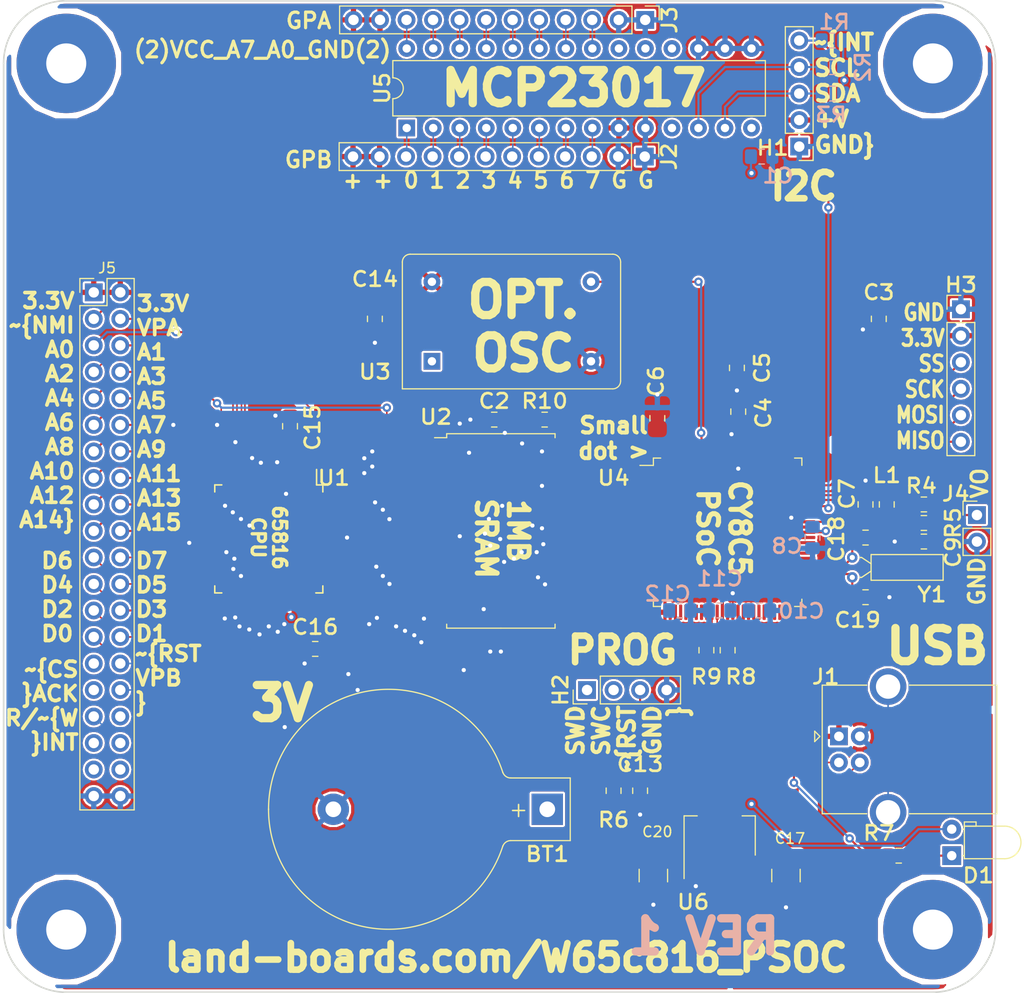
<source format=kicad_pcb>
(kicad_pcb (version 20171130) (host pcbnew "(5.1.5)-3")
  (title_block (title Z80_PSoC) (date 2019-09-25) (rev 1) (company land-boards.com))
  (layers (0 F.Cu signal) (31 B.Cu signal) (34 B.Paste user hide) (35 F.Paste user hide) (36 B.SilkS user) (37 F.SilkS user) (38 B.Mask user hide) (39 F.Mask user) (44 Edge.Cuts user))
  (net 0 "")
  (net 1 GND)
  (net 2 +5V)
  (net 3 "Net-(BT1-Pad1)")
  (net 4 "Net-(D1-Pad1)")
  (net 5 "Net-(J1-Pad5)")
  (net 6 /USB-DM)
  (net 7 /USB-DP)
  (net 8 /CPUA11)
  (net 9 /CPUA12)
  (net 10 /CPUA13)
  (net 11 /CPUA14)
  (net 12 /CPUA15)
  (net 13 /CPUD4)
  (net 14 /CPUD3)
  (net 15 /CPUD5)
  (net 16 /CPUD6)
  (net 17 /CPUA0)
  (net 18 /CPUA1)
  (net 19 /CPUD2)
  (net 20 /CPUA2)
  (net 21 /CPUD7)
  (net 22 /CPUA3)
  (net 23 /CPUD0)
  (net 24 /CPUA4)
  (net 25 /CPUD1)
  (net 26 /CPUA5)
  (net 27 /CPUA6)
  (net 28 /~NMI)
  (net 29 /CPUA7)
  (net 30 /CPUA8)
  (net 31 /CPUA9)
  (net 32 /CPUA10)
  (net 33 /SCL)
  (net 34 /SDA)
  (net 35 "Net-(U3-Pad8)")
  (net 36 /SWD)
  (net 37 /SWC)
  (net 38 /SRAMA16)
  (net 39 /SRAMA18)
  (net 40 /SRAMA17)
  (net 41 /~MEMWR)
  (net 42 /~SRAMCS)
  (net 43 /GPB7)
  (net 44 /GPB0)
  (net 45 /GPA7)
  (net 46 /GPA0)
  (net 47 /~I2CINT)
  (net 48 /GPB1)
  (net 49 /GPB2)
  (net 50 /GPB3)
  (net 51 /GPB4)
  (net 52 /GPB5)
  (net 53 /GPB6)
  (net 54 /GPA1)
  (net 55 /GPA2)
  (net 56 /GPA3)
  (net 57 /GPA4)
  (net 58 /GPA5)
  (net 59 /GPA6)
  (net 60 /DAC_OUT)
  (net 61 "Net-(R8-Pad2)")
  (net 62 "Net-(R9-Pad2)")
  (net 63 "Net-(C10-Pad1)")
  (net 64 "Net-(C7-Pad1)")
  (net 65 "Net-(C8-Pad1)")
  (net 66 "Net-(C9-Pad2)")
  (net 67 "Net-(C13-Pad1)")
  (net 68 "Net-(C18-Pad2)")
  (net 69 "Net-(C19-Pad2)")
  (net 70 +3V3)
  (net 71 /VPA)
  (net 72 /R/~W)
  (net 73 /E)
  (net 74 /BE)
  (net 75 /MX)
  (net 76 /VDA)
  (net 77 /~RESB)
  (net 78 /VPB)
  (net 79 /RDY)
  (net 80 /~ABTB)
  (net 81 /~IRQ)
  (net 82 /~ML)
  (net 83 /~IOCS)
  (net 84 /~IOACK)
  (net 85 /~IOINT)
  (net 86 /SPISS)
  (net 87 /SPISCK)
  (net 88 /SPIMOSI)
  (net 89 /SPIMISO)
  (net 90 /SRAMA19)
  (net 91 /LED)
  (net 92 /RCS)
  (module Capacitor_SMD:C_0805_2012Metric_Pad1.15x1.40mm_HandSolder (layer F.Cu) (at 29.845 62.103)
    (fp_text reference C16 (at 0 -2.0955) (layer F.SilkS) (effects (font (size 1.397 1.524) (thickness 0.254))))
    (fp_text value 0.1uF)
    (pad 1 smd roundrect (at -1.025 0) (size 1.15 1.4) (layers F.Cu F.Paste F.Mask) (roundrect_rratio 0.217391) (net 1 GND))
    (pad 2 smd roundrect (at 1.025 0) (size 1.15 1.4) (layers F.Cu F.Paste F.Mask) (roundrect_rratio 0.217391) (net 70 +3V3))
  )
  (module Capacitor_SMD:C_0805_2012Metric_Pad1.15x1.40mm_HandSolder (layer F.Cu) (at 27.432 40.767 270)
    (fp_text reference C15 (at 0.127 -2.159 270) (layer F.SilkS) (effects (font (size 1.397 1.524) (thickness 0.254))))
    (fp_text value 0.1uF)
    (pad 1 smd roundrect (at -1.025 0 270) (size 1.15 1.4) (layers F.Cu F.Paste F.Mask) (roundrect_rratio 0.217391) (net 1 GND))
    (pad 2 smd roundrect (at 1.025 0 270) (size 1.15 1.4) (layers F.Cu F.Paste F.Mask) (roundrect_rratio 0.217391) (net 70 +3V3))
  )
  (module Capacitor_SMD:C_0805_2012Metric_Pad1.15x1.40mm_HandSolder (layer F.Cu) (at 70.358 39.37 90)
    (fp_text reference C4 (at -0.127 2.413 90) (layer F.SilkS) (effects (font (size 1.397 1.524) (thickness 0.254))))
    (fp_text value 1uF)
    (pad 1 smd roundrect (at -1.025 0 90) (size 1.15 1.4) (layers F.Cu F.Paste F.Mask) (roundrect_rratio 0.217391) (net 63 "Net-(C10-Pad1)"))
    (pad 2 smd roundrect (at 1.025 0 90) (size 1.15 1.4) (layers F.Cu F.Paste F.Mask) (roundrect_rratio 0.217391) (net 1 GND))
  )
  (module Inductor_SMD:L_0805_2012Metric_Pad1.15x1.40mm_HandSolder (layer F.Cu) (at 84.582 48.26 90)
    (fp_text reference L1 (at 2.794 0 180) (layer F.SilkS) (effects (font (size 1.397 1.524) (thickness 0.254))))
    (fp_text value ChipInd)
    (pad 1 smd roundrect (at -1.025 0 90) (size 1.15 1.4) (layers F.Cu F.Paste F.Mask) (roundrect_rratio 0.217391) (net 64 "Net-(C7-Pad1)"))
    (pad 2 smd roundrect (at 1.025 0 90) (size 1.15 1.4) (layers F.Cu F.Paste F.Mask) (roundrect_rratio 0.217391) (net 70 +3V3))
  )
  (module Oscillator:Oscillator_DIP-14 (layer F.Cu) (at 41.021 34.544)
    (fp_text reference U3 (at -5.461 1.016 -180) (layer F.SilkS) (effects (font (size 1.397 1.524) (thickness 0.254))))
    (fp_text value "4.9152 MHz")
    (pad 1 thru_hole rect (at 0 0) (size 1.6 1.6) (drill 0.8) (layers *.Cu *.Mask))
    (pad 14 thru_hole circle (at 0 -7.62) (size 1.6 1.6) (drill 0.8) (layers *.Cu *.Mask) (net 70 +3V3))
    (pad 8 thru_hole circle (at 15.24 -7.62) (size 1.6 1.6) (drill 0.8) (layers *.Cu *.Mask) (net 35 "Net-(U3-Pad8)"))
    (pad 7 thru_hole circle (at 15.24 0) (size 1.6 1.6) (drill 0.8) (layers *.Cu *.Mask) (net 1 GND))
  )
  (module Battery:BatteryHolder_Keystone_103_1x20mm (layer F.Cu) (at 52.07 77.47 180)
    (fp_text reference BT1 (at 0 -4.3 180) (layer F.SilkS) (effects (font (size 1.397 1.524) (thickness 0.254))))
    (fp_text value Battery_Cell)
    (fp_text user + (at 2.75 0 180) (layer F.SilkS) (effects (font (size 1.5 1.5))))
    (pad 2 thru_hole circle (at 20.49 0 180) (size 3 3) (drill 1.5) (layers *.Cu *.Mask) (net 1 GND))
    (pad 1 thru_hole rect (at 0 0 180) (size 3 3) (drill 1.5) (layers *.Cu *.Mask) (net 3 "Net-(BT1-Pad1)"))
  )
  (module Capacitor_SMD:C_0805_2012Metric_Pad1.15x1.40mm_HandSolder (layer F.Cu) (at 60.96 75.692 270)
    (fp_text reference C13 (at -2.54 0) (layer F.SilkS) (effects (font (size 1.397 1.524) (thickness 0.254))))
    (fp_text value 0.1uF)
    (pad 1 smd roundrect (at -1.025 0 270) (size 1.15 1.4) (layers F.Cu F.Paste F.Mask) (roundrect_rratio 0.217391) (net 67 "Net-(C13-Pad1)"))
    (pad 2 smd roundrect (at 1.025 0 270) (size 1.15 1.4) (layers F.Cu F.Paste F.Mask) (roundrect_rratio 0.217391) (net 1 GND))
  )
  (module Capacitor_SMD:C_0805_2012Metric_Pad1.15x1.40mm_HandSolder (layer B.Cu) (at 72.39 58.42)
    (fp_text reference C10 (at 4.0132 0.0508 180) (layer B.SilkS) (effects (font (size 1.397 1.524) (thickness 0.254)) (justify mirror)))
    (fp_text value 1uF)
    (pad 1 smd roundrect (at -1.025 0) (size 1.15 1.4) (layers B.Cu B.Paste B.Mask) (roundrect_rratio 0.217391) (net 63 "Net-(C10-Pad1)"))
    (pad 2 smd roundrect (at 1.025 0) (size 1.15 1.4) (layers B.Cu B.Paste B.Mask) (roundrect_rratio 0.217391) (net 1 GND))
  )
  (module Capacitor_SMD:C_0805_2012Metric_Pad1.15x1.40mm_HandSolder (layer F.Cu) (at 82.55 48.26 90)
    (fp_text reference C7 (at 1.016 -1.778 90) (layer F.SilkS) (effects (font (size 1.397 1.524) (thickness 0.254))))
    (fp_text value 1uF)
    (pad 2 smd roundrect (at 1.025 0 90) (size 1.15 1.4) (layers F.Cu F.Paste F.Mask) (roundrect_rratio 0.217391) (net 1 GND))
    (pad 1 smd roundrect (at -1.025 0 90) (size 1.15 1.4) (layers F.Cu F.Paste F.Mask) (roundrect_rratio 0.217391) (net 64 "Net-(C7-Pad1)"))
  )
  (module Capacitor_SMD:C_0805_2012Metric_Pad1.15x1.40mm_HandSolder (layer B.Cu) (at 77.47 51.435 270)
    (fp_text reference C8 (at 0.8128 2.4384 180) (layer B.SilkS) (effects (font (size 1.397 1.524) (thickness 0.254)) (justify mirror)))
    (fp_text value 1uF)
    (pad 2 smd roundrect (at 1.025 0 270) (size 1.15 1.4) (layers B.Cu B.Paste B.Mask) (roundrect_rratio 0.217391) (net 1 GND))
    (pad 1 smd roundrect (at -1.025 0 270) (size 1.15 1.4) (layers B.Cu B.Paste B.Mask) (roundrect_rratio 0.217391) (net 65 "Net-(C8-Pad1)"))
  )
  (module Capacitor_SMD:C_0805_2012Metric_Pad1.15x1.40mm_HandSolder (layer F.Cu) (at 82.55 51.435 180)
    (fp_text reference C18 (at 2.794 -0.127 270) (layer F.SilkS) (effects (font (size 1.397 1.524) (thickness 0.254))))
    (fp_text value 8pF)
    (pad 2 smd roundrect (at 1.025 0 180) (size 1.15 1.4) (layers F.Cu F.Paste F.Mask) (roundrect_rratio 0.217391) (net 68 "Net-(C18-Pad2)"))
    (pad 1 smd roundrect (at -1.025 0 180) (size 1.15 1.4) (layers F.Cu F.Paste F.Mask) (roundrect_rratio 0.217391) (net 1 GND))
  )
  (module Capacitor_SMD:C_0805_2012Metric_Pad1.15x1.40mm_HandSolder (layer F.Cu) (at 82.55 57.15 180)
    (fp_text reference C19 (at 0.762 -2.1844 180) (layer F.SilkS) (effects (font (size 1.397 1.524) (thickness 0.254))))
    (fp_text value 8pF)
    (pad 1 smd roundrect (at -1.025 0 180) (size 1.15 1.4) (layers F.Cu F.Paste F.Mask) (roundrect_rratio 0.217391) (net 1 GND))
    (pad 2 smd roundrect (at 1.025 0 180) (size 1.15 1.4) (layers F.Cu F.Paste F.Mask) (roundrect_rratio 0.217391) (net 69 "Net-(C19-Pad2)"))
  )
  (module Capacitor_SMD:C_0805_2012Metric_Pad1.15x1.40mm_HandSolder (layer B.Cu) (at 64.77 58.42 180)
    (fp_text reference C12 (at 1.1684 1.6002 180) (layer B.SilkS) (effects (font (size 1.397 1.524) (thickness 0.254)) (justify mirror)))
    (fp_text value 0.1uF)
    (pad 2 smd roundrect (at 1.025 0 180) (size 1.15 1.4) (layers B.Cu B.Paste B.Mask) (roundrect_rratio 0.217391) (net 70 +3V3))
    (pad 1 smd roundrect (at -1.025 0 180) (size 1.15 1.4) (layers B.Cu B.Paste B.Mask) (roundrect_rratio 0.217391) (net 1 GND))
  )
  (module Capacitor_SMD:C_0805_2012Metric_Pad1.15x1.40mm_HandSolder (layer F.Cu) (at 35.56 30.48 90)
    (fp_text reference C14 (at 3.81 0 180) (layer F.SilkS) (effects (font (size 1.397 1.524) (thickness 0.254))))
    (fp_text value 0.1uF)
    (pad 2 smd roundrect (at 1.025 0 90) (size 1.15 1.4) (layers F.Cu F.Paste F.Mask) (roundrect_rratio 0.217391) (net 70 +3V3))
    (pad 1 smd roundrect (at -1.025 0 90) (size 1.15 1.4) (layers F.Cu F.Paste F.Mask) (roundrect_rratio 0.217391) (net 1 GND))
  )
  (module Capacitor_SMD:C_0805_2012Metric_Pad1.15x1.40mm_HandSolder (layer F.Cu) (at 62.611 40.005 270)
    (fp_text reference C6 (at -3.556 0.127 270) (layer F.SilkS) (effects (font (size 1.397 1.524) (thickness 0.254))))
    (fp_text value 0.1uF)
    (pad 1 smd roundrect (at -1.025 0 270) (size 1.15 1.4) (layers F.Cu F.Paste F.Mask) (roundrect_rratio 0.217391) (net 1 GND))
    (pad 2 smd roundrect (at 1.025 0 270) (size 1.15 1.4) (layers F.Cu F.Paste F.Mask) (roundrect_rratio 0.217391) (net 70 +3V3))
  )
  (module Capacitor_SMD:C_0805_2012Metric_Pad1.15x1.40mm_HandSolder (layer F.Cu) (at 46.99 40.132)
    (fp_text reference C2 (at 0 -1.778) (layer F.SilkS) (effects (font (size 1.397 1.524) (thickness 0.254))))
    (fp_text value 0.1uF)
    (pad 2 smd roundrect (at 1.025 0) (size 1.15 1.4) (layers F.Cu F.Paste F.Mask) (roundrect_rratio 0.217391) (net 70 +3V3))
    (pad 1 smd roundrect (at -1.025 0) (size 1.15 1.4) (layers F.Cu F.Paste F.Mask) (roundrect_rratio 0.217391) (net 1 GND))
  )
  (module Capacitor_SMD:C_0805_2012Metric_Pad1.15x1.40mm_HandSolder (layer F.Cu) (at 83.82 30.48 90)
    (fp_text reference C3 (at 2.54 0) (layer F.SilkS) (effects (font (size 1.397 1.524) (thickness 0.254))))
    (fp_text value 0.1uF)
    (pad 1 smd roundrect (at -1.025 0 90) (size 1.15 1.4) (layers F.Cu F.Paste F.Mask) (roundrect_rratio 0.217391) (net 1 GND))
    (pad 2 smd roundrect (at 1.025 0 90) (size 1.15 1.4) (layers F.Cu F.Paste F.Mask) (roundrect_rratio 0.217391) (net 70 +3V3))
  )
  (module Capacitor_SMD:C_0805_2012Metric_Pad1.15x1.40mm_HandSolder (layer B.Cu) (at 72.60082 14.93266 180)
    (fp_text reference C1 (at -1.56718 -1.83134) (layer B.SilkS) (effects (font (size 1.397 1.524) (thickness 0.254)) (justify mirror)))
    (fp_text value 0.1uF)
    (pad 2 smd roundrect (at 1.025 0 180) (size 1.15 1.4) (layers B.Cu B.Paste B.Mask) (roundrect_rratio 0.217391) (net 70 +3V3))
    (pad 1 smd roundrect (at -1.025 0 180) (size 1.15 1.4) (layers B.Cu B.Paste B.Mask) (roundrect_rratio 0.217391) (net 1 GND))
  )
  (module Capacitor_SMD:C_0805_2012Metric_Pad1.15x1.40mm_HandSolder (layer F.Cu) (at 70.231 35.179 90)
    (fp_text reference C5 (at 0 2.413 90) (layer F.SilkS) (effects (font (size 1.397 1.524) (thickness 0.254))))
    (fp_text value 0.1uF)
    (pad 2 smd roundrect (at 1.025 0 90) (size 1.15 1.4) (layers F.Cu F.Paste F.Mask) (roundrect_rratio 0.217391) (net 70 +3V3))
    (pad 1 smd roundrect (at -1.025 0 90) (size 1.15 1.4) (layers F.Cu F.Paste F.Mask) (roundrect_rratio 0.217391) (net 1 GND))
  )
  (module Capacitor_SMD:C_0805_2012Metric_Pad1.15x1.40mm_HandSolder (layer B.Cu) (at 68.58 58.42)
    (fp_text reference C11 (at 0 -3.048) (layer B.SilkS) (effects (font (size 1.397 1.524) (thickness 0.254)) (justify mirror)))
    (fp_text value 0.1uF)
    (pad 1 smd roundrect (at -1.025 0) (size 1.15 1.4) (layers B.Cu B.Paste B.Mask) (roundrect_rratio 0.217391) (net 1 GND))
    (pad 2 smd roundrect (at 1.025 0) (size 1.15 1.4) (layers B.Cu B.Paste B.Mask) (roundrect_rratio 0.217391) (net 70 +3V3))
  )
  (module LED_THT:LED_D3.0mm_Horizontal_O1.27mm_Z2.0mm (layer F.Cu) (at 90.805 81.915 90)
    (fp_text reference D1 (at -1.905 2.54 180) (layer F.SilkS) (effects (font (size 1.397 1.524) (thickness 0.254))))
    (fp_text value LED)
    (pad 1 thru_hole rect (at 0 0 90) (size 1.8 1.8) (drill 0.9) (layers *.Cu *.Mask) (net 4 "Net-(D1-Pad1)"))
    (pad 2 thru_hole circle (at 2.54 0 90) (size 1.8 1.8) (drill 0.9) (layers *.Cu *.Mask) (net 70 +3V3))
  )
  (module Connector_PinHeader_2.54mm:PinHeader_1x04_P2.54mm_Vertical (layer F.Cu) (at 55.88 66.04 90)
    (fp_text reference H2 (at 0 -2.54 90) (layer F.SilkS) (effects (font (size 1.397 1.524) (thickness 0.254))))
    (fp_text value Conn_01x04)
    (pad 1 thru_hole rect (at 0 0 90) (size 1.7 1.7) (drill 1) (layers *.Cu *.Mask) (net 36 /SWD))
    (pad 2 thru_hole oval (at 0 2.54 90) (size 1.7 1.7) (drill 1) (layers *.Cu *.Mask) (net 37 /SWC))
    (pad 3 thru_hole oval (at 0 5.08 90) (size 1.7 1.7) (drill 1) (layers *.Cu *.Mask) (net 67 "Net-(C13-Pad1)"))
    (pad 4 thru_hole oval (at 0 7.62 90) (size 1.7 1.7) (drill 1) (layers *.Cu *.Mask) (net 1 GND))
  )
  (module Connector_USB:USB_B_OST_USB-B1HSxx_Horizontal (layer F.Cu) (at 80 70.485)
    (fp_text reference J1 (at -1.26 -5.715) (layer F.SilkS) (effects (font (size 1.397 1.524) (thickness 0.254))))
    (fp_text value USB_B)
    (pad 1 thru_hole rect (at 0 0) (size 1.7 1.7) (drill 0.92) (layers *.Cu *.Mask) (net 2 +5V))
    (pad 2 thru_hole circle (at 0 2.5) (size 1.7 1.7) (drill 0.92) (layers *.Cu *.Mask) (net 6 /USB-DM))
    (pad 3 thru_hole circle (at 2 2.5) (size 1.7 1.7) (drill 0.92) (layers *.Cu *.Mask) (net 7 /USB-DP))
    (pad 4 thru_hole circle (at 2 0) (size 1.7 1.7) (drill 0.92) (layers *.Cu *.Mask) (net 1 GND))
    (pad 5 thru_hole circle (at 4.71 -4.77) (size 3.5 3.5) (drill 2.33) (layers *.Cu *.Mask) (net 5 "Net-(J1-Pad5)"))
    (pad 5 thru_hole circle (at 4.71 7.27) (size 3.5 3.5) (drill 2.33) (layers *.Cu *.Mask) (net 5 "Net-(J1-Pad5)"))
  )
  (module Resistor_SMD:R_0805_2012Metric_Pad1.15x1.40mm_HandSolder (layer F.Cu) (at 58.42 75.692 90)
    (fp_text reference R6 (at -2.794 0 180) (layer F.SilkS) (effects (font (size 1.397 1.524) (thickness 0.254))))
    (fp_text value 3.9K)
    (pad 2 smd roundrect (at 1.025 0 90) (size 1.15 1.4) (layers F.Cu F.Paste F.Mask) (roundrect_rratio 0.217391) (net 67 "Net-(C13-Pad1)"))
    (pad 1 smd roundrect (at -1.025 0 90) (size 1.15 1.4) (layers F.Cu F.Paste F.Mask) (roundrect_rratio 0.217391) (net 70 +3V3))
  )
  (module Resistor_SMD:R_0805_2012Metric_Pad1.15x1.40mm_HandSolder (layer F.Cu) (at 69.342 62.23 90)
    (fp_text reference R8 (at -2.54 1.27) (layer F.SilkS) (effects (font (size 1.397 1.524) (thickness 0.254))))
    (fp_text value 22)
    (pad 2 smd roundrect (at 1.025 0 90) (size 1.15 1.4) (layers F.Cu F.Paste F.Mask) (roundrect_rratio 0.217391) (net 61 "Net-(R8-Pad2)"))
    (pad 1 smd roundrect (at -1.025 0 90) (size 1.15 1.4) (layers F.Cu F.Paste F.Mask) (roundrect_rratio 0.217391) (net 6 /USB-DM))
  )
  (module Resistor_SMD:R_0805_2012Metric_Pad1.15x1.40mm_HandSolder (layer F.Cu) (at 67.31 62.23 90)
    (fp_text reference R9 (at -2.54 0) (layer F.SilkS) (effects (font (size 1.397 1.524) (thickness 0.254))))
    (fp_text value 22)
    (pad 1 smd roundrect (at -1.025 0 90) (size 1.15 1.4) (layers F.Cu F.Paste F.Mask) (roundrect_rratio 0.217391) (net 7 /USB-DP))
    (pad 2 smd roundrect (at 1.025 0 90) (size 1.15 1.4) (layers F.Cu F.Paste F.Mask) (roundrect_rratio 0.217391) (net 62 "Net-(R9-Pad2)"))
  )
  (module Resistor_SMD:R_0805_2012Metric_Pad1.15x1.40mm_HandSolder (layer F.Cu) (at 85.725 81.915 180)
    (fp_text reference R7 (at 1.905 2.159 180) (layer F.SilkS) (effects (font (size 1.397 1.524) (thickness 0.254))))
    (fp_text value 330)
    (pad 2 smd roundrect (at 1.025 0 180) (size 1.15 1.4) (layers F.Cu F.Paste F.Mask) (roundrect_rratio 0.217391) (net 91 /LED))
    (pad 1 smd roundrect (at -1.025 0 180) (size 1.15 1.4) (layers F.Cu F.Paste F.Mask) (roundrect_rratio 0.217391) (net 4 "Net-(D1-Pad1)"))
  )
  (module Package_QFP:TQFP-100_14x14mm_P0.5mm (layer F.Cu) (at 69.342 50.927)
    (fp_text reference U4 (at -10.922 -5.207) (layer F.SilkS) (effects (font (size 1.397 1.524) (thickness 0.254))))
    (fp_text value CY8C5267AXI-LP051)
    (pad 1 smd roundrect (at -7.6625 -6) (size 1.475 0.3) (layers F.Cu F.Paste F.Mask))
    (pad 2 smd roundrect (at -7.6625 -5.5) (size 1.475 0.3) (layers F.Cu F.Paste F.Mask) (net 30 /CPUA8))
    (pad 3 smd roundrect (at -7.6625 -5) (size 1.475 0.3) (layers F.Cu F.Paste F.Mask) (net 31 /CPUA9))
    (pad 4 smd roundrect (at -7.6625 -4.5) (size 1.475 0.3) (layers F.Cu F.Paste F.Mask) (net 33 /SCL))
    (pad 5 smd roundrect (at -7.6625 -4) (size 1.475 0.3) (layers F.Cu F.Paste F.Mask) (net 34 /SDA))
    (pad 6 smd roundrect (at -7.6625 -3.5) (size 1.475 0.3) (layers F.Cu F.Paste F.Mask) (net 38 /SRAMA16))
    (pad 7 smd roundrect (at -7.6625 -3) (size 1.475 0.3) (layers F.Cu F.Paste F.Mask) (net 40 /SRAMA17))
    (pad 8 smd roundrect (at -7.6625 -2.5) (size 1.475 0.3) (layers F.Cu F.Paste F.Mask) (net 39 /SRAMA18))
    (pad 9 smd roundrect (at -7.6625 -2) (size 1.475 0.3) (layers F.Cu F.Paste F.Mask) (net 90 /SRAMA19))
    (pad 10 smd roundrect (at -7.6625 -1.5) (size 1.475 0.3) (layers F.Cu F.Paste F.Mask) (net 1 GND))
    (pad 11 smd roundrect (at -7.6625 -1) (size 1.475 0.3) (layers F.Cu F.Paste F.Mask))
    (pad 12 smd roundrect (at -7.6625 -0.5) (size 1.475 0.3) (layers F.Cu F.Paste F.Mask) (net 1 GND))
    (pad 13 smd roundrect (at -7.6625 0) (size 1.475 0.3) (layers F.Cu F.Paste F.Mask) (net 3 "Net-(BT1-Pad1)"))
    (pad 14 smd roundrect (at -7.6625 0.5) (size 1.475 0.3) (layers F.Cu F.Paste F.Mask) (net 1 GND))
    (pad 15 smd roundrect (at -7.6625 1) (size 1.475 0.3) (layers F.Cu F.Paste F.Mask) (net 67 "Net-(C13-Pad1)"))
    (pad 16 smd roundrect (at -7.6625 1.5) (size 1.475 0.3) (layers F.Cu F.Paste F.Mask) (net 23 /CPUD0))
    (pad 17 smd roundrect (at -7.6625 2) (size 1.475 0.3) (layers F.Cu F.Paste F.Mask) (net 25 /CPUD1))
    (pad 18 smd roundrect (at -7.6625 2.5) (size 1.475 0.3) (layers F.Cu F.Paste F.Mask) (net 19 /CPUD2))
    (pad 19 smd roundrect (at -7.6625 3) (size 1.475 0.3) (layers F.Cu F.Paste F.Mask) (net 14 /CPUD3))
    (pad 20 smd roundrect (at -7.6625 3.5) (size 1.475 0.3) (layers F.Cu F.Paste F.Mask) (net 36 /SWD))
    (pad 21 smd roundrect (at -7.6625 4) (size 1.475 0.3) (layers F.Cu F.Paste F.Mask) (net 37 /SWC))
    (pad 22 smd roundrect (at -7.6625 4.5) (size 1.475 0.3) (layers F.Cu F.Paste F.Mask))
    (pad 23 smd roundrect (at -7.6625 5) (size 1.475 0.3) (layers F.Cu F.Paste F.Mask) (net 77 /~RESB))
    (pad 24 smd roundrect (at -7.6625 5.5) (size 1.475 0.3) (layers F.Cu F.Paste F.Mask) (net 85 /~IOINT))
    (pad 25 smd roundrect (at -7.6625 6) (size 1.475 0.3) (layers F.Cu F.Paste F.Mask) (net 84 /~IOACK))
    (pad 26 smd roundrect (at -6 7.6625) (size 0.3 1.475) (layers F.Cu F.Paste F.Mask) (net 70 +3V3))
    (pad 27 smd roundrect (at -5.5 7.6625) (size 0.3 1.475) (layers F.Cu F.Paste F.Mask) (net 83 /~IOCS))
    (pad 28 smd roundrect (at -5 7.6625) (size 0.3 1.475) (layers F.Cu F.Paste F.Mask) (net 91 /LED))
    (pad 29 smd roundrect (at -4.5 7.6625) (size 0.3 1.475) (layers F.Cu F.Paste F.Mask))
    (pad 30 smd roundrect (at -4 7.6625) (size 0.3 1.475) (layers F.Cu F.Paste F.Mask))
    (pad 31 smd roundrect (at -3.5 7.6625) (size 0.3 1.475) (layers F.Cu F.Paste F.Mask) (net 13 /CPUD4))
    (pad 32 smd roundrect (at -3 7.6625) (size 0.3 1.475) (layers F.Cu F.Paste F.Mask) (net 15 /CPUD5))
    (pad 33 smd roundrect (at -2.5 7.6625) (size 0.3 1.475) (layers F.Cu F.Paste F.Mask) (net 16 /CPUD6))
    (pad 34 smd roundrect (at -2 7.6625) (size 0.3 1.475) (layers F.Cu F.Paste F.Mask) (net 21 /CPUD7))
    (pad 35 smd roundrect (at -1.5 7.6625) (size 0.3 1.475) (layers F.Cu F.Paste F.Mask) (net 62 "Net-(R9-Pad2)"))
    (pad 36 smd roundrect (at -1 7.6625) (size 0.3 1.475) (layers F.Cu F.Paste F.Mask) (net 61 "Net-(R8-Pad2)"))
    (pad 37 smd roundrect (at -0.5 7.6625) (size 0.3 1.475) (layers F.Cu F.Paste F.Mask) (net 70 +3V3))
    (pad 38 smd roundrect (at 0 7.6625) (size 0.3 1.475) (layers F.Cu F.Paste F.Mask) (net 1 GND))
    (pad 39 smd roundrect (at 0.5 7.6625) (size 0.3 1.475) (layers F.Cu F.Paste F.Mask) (net 63 "Net-(C10-Pad1)"))
    (pad 40 smd roundrect (at 1 7.6625) (size 0.3 1.475) (layers F.Cu F.Paste F.Mask))
    (pad 41 smd roundrect (at 1.5 7.6625) (size 0.3 1.475) (layers F.Cu F.Paste F.Mask))
    (pad 42 smd roundrect (at 2 7.6625) (size 0.3 1.475) (layers F.Cu F.Paste F.Mask) (net 72 /R/~W))
    (pad 43 smd roundrect (at 2.5 7.6625) (size 0.3 1.475) (layers F.Cu F.Paste F.Mask) (net 74 /BE))
    (pad 44 smd roundrect (at 3 7.6625) (size 0.3 1.475) (layers F.Cu F.Paste F.Mask) (net 82 /~ML))
    (pad 45 smd roundrect (at 3.5 7.6625) (size 0.3 1.475) (layers F.Cu F.Paste F.Mask) (net 79 /RDY))
    (pad 46 smd roundrect (at 4 7.6625) (size 0.3 1.475) (layers F.Cu F.Paste F.Mask) (net 80 /~ABTB))
    (pad 47 smd roundrect (at 4.5 7.6625) (size 0.3 1.475) (layers F.Cu F.Paste F.Mask) (net 81 /~IRQ))
    (pad 48 smd roundrect (at 5 7.6625) (size 0.3 1.475) (layers F.Cu F.Paste F.Mask))
    (pad 49 smd roundrect (at 5.5 7.6625) (size 0.3 1.475) (layers F.Cu F.Paste F.Mask) (net 76 /VDA))
    (pad 50 smd roundrect (at 6 7.6625) (size 0.3 1.475) (layers F.Cu F.Paste F.Mask) (net 70 +3V3))
    (pad 51 smd roundrect (at 7.6625 6) (size 1.475 0.3) (layers F.Cu F.Paste F.Mask) (net 75 /MX))
    (pad 52 smd roundrect (at 7.6625 5.5) (size 1.475 0.3) (layers F.Cu F.Paste F.Mask) (net 73 /E))
    (pad 53 smd roundrect (at 7.6625 5) (size 1.475 0.3) (layers F.Cu F.Paste F.Mask))
    (pad 54 smd roundrect (at 7.6625 4.5) (size 1.475 0.3) (layers F.Cu F.Paste F.Mask))
    (pad 55 smd roundrect (at 7.6625 4) (size 1.475 0.3) (layers F.Cu F.Paste F.Mask) (net 69 "Net-(C19-Pad2)"))
    (pad 56 smd roundrect (at 7.6625 3.5) (size 1.475 0.3) (layers F.Cu F.Paste F.Mask) (net 68 "Net-(C18-Pad2)"))
    (pad 57 smd roundrect (at 7.6625 3) (size 1.475 0.3) (layers F.Cu F.Paste F.Mask))
    (pad 58 smd roundrect (at 7.6625 2.5) (size 1.475 0.3) (layers F.Cu F.Paste F.Mask))
    (pad 59 smd roundrect (at 7.6625 2) (size 1.475 0.3) (layers F.Cu F.Paste F.Mask))
    (pad 60 smd roundrect (at 7.6625 1.5) (size 1.475 0.3) (layers F.Cu F.Paste F.Mask))
    (pad 61 smd roundrect (at 7.6625 1) (size 1.475 0.3) (layers F.Cu F.Paste F.Mask))
    (pad 62 smd roundrect (at 7.6625 0.5) (size 1.475 0.3) (layers F.Cu F.Paste F.Mask))
    (pad 63 smd roundrect (at 7.6625 0) (size 1.475 0.3) (layers F.Cu F.Paste F.Mask) (net 65 "Net-(C8-Pad1)"))
    (pad 64 smd roundrect (at 7.6625 -0.5) (size 1.475 0.3) (layers F.Cu F.Paste F.Mask) (net 1 GND))
    (pad 65 smd roundrect (at 7.6625 -1) (size 1.475 0.3) (layers F.Cu F.Paste F.Mask) (net 64 "Net-(C7-Pad1)"))
    (pad 66 smd roundrect (at 7.6625 -1.5) (size 1.475 0.3) (layers F.Cu F.Paste F.Mask) (net 1 GND))
    (pad 67 smd roundrect (at 7.6625 -2) (size 1.475 0.3) (layers F.Cu F.Paste F.Mask) (net 60 /DAC_OUT))
    (pad 68 smd roundrect (at 7.6625 -2.5) (size 1.475 0.3) (layers F.Cu F.Paste F.Mask) (net 47 /~I2CINT))
    (pad 69 smd roundrect (at 7.6625 -3) (size 1.475 0.3) (layers F.Cu F.Paste F.Mask) (net 89 /SPIMISO))
    (pad 70 smd roundrect (at 7.6625 -3.5) (size 1.475 0.3) (layers F.Cu F.Paste F.Mask) (net 88 /SPIMOSI))
    (pad 71 smd roundrect (at 7.6625 -4) (size 1.475 0.3) (layers F.Cu F.Paste F.Mask) (net 87 /SPISCK))
    (pad 72 smd roundrect (at 7.6625 -4.5) (size 1.475 0.3) (layers F.Cu F.Paste F.Mask) (net 86 /SPISS))
    (pad 73 smd roundrect (at 7.6625 -5) (size 1.475 0.3) (layers F.Cu F.Paste F.Mask) (net 41 /~MEMWR))
    (pad 74 smd roundrect (at 7.6625 -5.5) (size 1.475 0.3) (layers F.Cu F.Paste F.Mask) (net 42 /~SRAMCS))
    (pad 75 smd roundrect (at 7.6625 -6) (size 1.475 0.3) (layers F.Cu F.Paste F.Mask) (net 70 +3V3))
    (pad 76 smd roundrect (at 6 -7.6625) (size 0.3 1.475) (layers F.Cu F.Paste F.Mask))
    (pad 77 smd roundrect (at 5.5 -7.6625) (size 0.3 1.475) (layers F.Cu F.Paste F.Mask))
    (pad 78 smd roundrect (at 5 -7.6625) (size 0.3 1.475) (layers F.Cu F.Paste F.Mask) (net 28 /~NMI))
    (pad 79 smd roundrect (at 4.5 -7.6625) (size 0.3 1.475) (layers F.Cu F.Paste F.Mask) (net 71 /VPA))
    (pad 80 smd roundrect (at 4 -7.6625) (size 0.3 1.475) (layers F.Cu F.Paste F.Mask) (net 32 /CPUA10))
    (pad 81 smd roundrect (at 3.5 -7.6625) (size 0.3 1.475) (layers F.Cu F.Paste F.Mask) (net 8 /CPUA11))
    (pad 82 smd roundrect (at 3 -7.6625) (size 0.3 1.475) (layers F.Cu F.Paste F.Mask) (net 9 /CPUA12))
    (pad 83 smd roundrect (at 2.5 -7.6625) (size 0.3 1.475) (layers F.Cu F.Paste F.Mask) (net 10 /CPUA13))
    (pad 84 smd roundrect (at 2 -7.6625) (size 0.3 1.475) (layers F.Cu F.Paste F.Mask) (net 11 /CPUA14))
    (pad 85 smd roundrect (at 1.5 -7.6625) (size 0.3 1.475) (layers F.Cu F.Paste F.Mask) (net 12 /CPUA15))
    (pad 86 smd roundrect (at 1 -7.6625) (size 0.3 1.475) (layers F.Cu F.Paste F.Mask) (net 63 "Net-(C10-Pad1)"))
    (pad 87 smd roundrect (at 0.5 -7.6625) (size 0.3 1.475) (layers F.Cu F.Paste F.Mask) (net 1 GND))
    (pad 88 smd roundrect (at 0 -7.6625) (size 0.3 1.475) (layers F.Cu F.Paste F.Mask) (net 70 +3V3))
    (pad 89 smd roundrect (at -0.5 -7.6625) (size 0.3 1.475) (layers F.Cu F.Paste F.Mask) (net 17 /CPUA0))
    (pad 90 smd roundrect (at -1 -7.6625) (size 0.3 1.475) (layers F.Cu F.Paste F.Mask) (net 18 /CPUA1))
    (pad 91 smd roundrect (at -1.5 -7.6625) (size 0.3 1.475) (layers F.Cu F.Paste F.Mask) (net 20 /CPUA2))
    (pad 92 smd roundrect (at -2 -7.6625) (size 0.3 1.475) (layers F.Cu F.Paste F.Mask) (net 22 /CPUA3))
    (pad 93 smd roundrect (at -2.5 -7.6625) (size 0.3 1.475) (layers F.Cu F.Paste F.Mask) (net 35 "Net-(U3-Pad8)"))
    (pad 94 smd roundrect (at -3 -7.6625) (size 0.3 1.475) (layers F.Cu F.Paste F.Mask))
    (pad 95 smd roundrect (at -3.5 -7.6625) (size 0.3 1.475) (layers F.Cu F.Paste F.Mask) (net 24 /CPUA4))
    (pad 96 smd roundrect (at -4 -7.6625) (size 0.3 1.475) (layers F.Cu F.Paste F.Mask) (net 26 /CPUA5))
    (pad 97 smd roundrect (at -4.5 -7.6625) (size 0.3 1.475) (layers F.Cu F.Paste F.Mask) (net 27 /CPUA6))
    (pad 98 smd roundrect (at -5 -7.6625) (size 0.3 1.475) (layers F.Cu F.Paste F.Mask) (net 29 /CPUA7))
    (pad 99 smd roundrect (at -5.5 -7.6625) (size 0.3 1.475) (layers F.Cu F.Paste F.Mask) (net 78 /VPB))
    (pad 100 smd roundrect (at -6 -7.6625) (size 0.3 1.475) (layers F.Cu F.Paste F.Mask) (net 70 +3V3))
  )
  (module Crystal:Crystal_C26-LF_D2.1mm_L6.5mm_Horizontal (layer F.Cu) (at 81.28 55.245 90)
    (fp_text reference Y1 (at -1.651 7.62 180) (layer F.SilkS) (effects (font (size 1.397 1.524) (thickness 0.254))))
    (fp_text value 32.768KHz)
    (pad 1 thru_hole circle (at 0 0 90) (size 1 1) (drill 0.5) (layers *.Cu *.Mask) (net 69 "Net-(C19-Pad2)"))
    (pad 2 thru_hole circle (at 1.9 0 90) (size 1 1) (drill 0.5) (layers *.Cu *.Mask) (net 68 "Net-(C18-Pad2)"))
  )
  (module Connector_PinHeader_2.54mm:PinHeader_1x06_P2.54mm_Vertical (layer F.Cu) (at 91.6813 29.5529)
    (fp_text reference H3 (at 0 -2.33) (layer F.SilkS) (effects (font (size 1.397 1.524) (thickness 0.254))))
    (fp_text value Conn_01x06)
    (pad 1 thru_hole rect (at 0 0) (size 1.7 1.7) (drill 1) (layers *.Cu *.Mask) (net 1 GND))
    (pad 2 thru_hole oval (at 0 2.54) (size 1.7 1.7) (drill 1) (layers *.Cu *.Mask) (net 70 +3V3))
    (pad 3 thru_hole oval (at 0 5.08) (size 1.7 1.7) (drill 1) (layers *.Cu *.Mask) (net 86 /SPISS))
    (pad 4 thru_hole oval (at 0 7.62) (size 1.7 1.7) (drill 1) (layers *.Cu *.Mask) (net 87 /SPISCK))
    (pad 5 thru_hole oval (at 0 10.16) (size 1.7 1.7) (drill 1) (layers *.Cu *.Mask) (net 88 /SPIMOSI))
    (pad 6 thru_hole oval (at 0 12.7) (size 1.7 1.7) (drill 1) (layers *.Cu *.Mask) (net 89 /SPIMISO))
  )
  (module LandBoards_MountHoles:MTG-6-32 (layer F.Cu) (at 6 6)
    (fp_text reference MTG1 hide)
    (fp_text value MTG_HOLE hide)
    (pad 1 thru_hole circle (at 0 0) (size 9.525 9.525) (drill 3.8354) (layers *.Cu *.Mask) (clearance 0.508))
  )
  (module LandBoards_MountHoles:MTG-6-32 (layer F.Cu) (at 89 6)
    (fp_text reference MTG2 hide)
    (fp_text value MTG_HOLE hide)
    (pad 1 thru_hole circle (at 0 0) (size 9.525 9.525) (drill 3.8354) (layers *.Cu *.Mask) (clearance 0.508))
  )
  (module LandBoards_MountHoles:MTG-6-32 (layer F.Cu) (at 6 89)
    (fp_text reference MTG3 hide)
    (fp_text value MTG_HOLE hide)
    (pad 1 thru_hole circle (at 0 0) (size 9.525 9.525) (drill 3.8354) (layers *.Cu *.Mask) (clearance 0.508))
  )
  (module LandBoards_MountHoles:MTG-6-32 (layer F.Cu) (at 89 89)
    (fp_text reference MTG4 hide)
    (fp_text value MTG_HOLE hide)
    (pad 1 thru_hole circle (at 0 0) (size 9.525 9.525) (drill 3.8354) (layers *.Cu *.Mask) (clearance 0.508))
  )
  (module Package_DIP:DIP-28_W7.62mm (layer F.Cu) (at 38.608 12.192 90)
    (fp_text reference U5 (at 3.81 -2.33 90) (layer F.SilkS) (effects (font (size 1.397 1.524) (thickness 0.254))))
    (fp_text value MCP23017_SP)
    (pad 1 thru_hole rect (at 0 0 90) (size 1.6 1.6) (drill 0.8) (layers *.Cu *.Mask) (net 44 /GPB0))
    (pad 15 thru_hole oval (at 7.62 33.02 90) (size 1.6 1.6) (drill 0.8) (layers *.Cu *.Mask) (net 1 GND))
    (pad 2 thru_hole oval (at 0 2.54 90) (size 1.6 1.6) (drill 0.8) (layers *.Cu *.Mask) (net 48 /GPB1))
    (pad 16 thru_hole oval (at 7.62 30.48 90) (size 1.6 1.6) (drill 0.8) (layers *.Cu *.Mask) (net 1 GND))
    (pad 3 thru_hole oval (at 0 5.08 90) (size 1.6 1.6) (drill 0.8) (layers *.Cu *.Mask) (net 49 /GPB2))
    (pad 17 thru_hole oval (at 7.62 27.94 90) (size 1.6 1.6) (drill 0.8) (layers *.Cu *.Mask) (net 1 GND))
    (pad 4 thru_hole oval (at 0 7.62 90) (size 1.6 1.6) (drill 0.8) (layers *.Cu *.Mask) (net 50 /GPB3))
    (pad 18 thru_hole oval (at 7.62 25.4 90) (size 1.6 1.6) (drill 0.8) (layers *.Cu *.Mask) (net 77 /~RESB))
    (pad 5 thru_hole oval (at 0 10.16 90) (size 1.6 1.6) (drill 0.8) (layers *.Cu *.Mask) (net 51 /GPB4))
    (pad 19 thru_hole oval (at 7.62 22.86 90) (size 1.6 1.6) (drill 0.8) (layers *.Cu *.Mask))
    (pad 6 thru_hole oval (at 0 12.7 90) (size 1.6 1.6) (drill 0.8) (layers *.Cu *.Mask) (net 52 /GPB5))
    (pad 20 thru_hole oval (at 7.62 20.32 90) (size 1.6 1.6) (drill 0.8) (layers *.Cu *.Mask))
    (pad 7 thru_hole oval (at 0 15.24 90) (size 1.6 1.6) (drill 0.8) (layers *.Cu *.Mask) (net 53 /GPB6))
    (pad 21 thru_hole oval (at 7.62 17.78 90) (size 1.6 1.6) (drill 0.8) (layers *.Cu *.Mask) (net 46 /GPA0))
    (pad 8 thru_hole oval (at 0 17.78 90) (size 1.6 1.6) (drill 0.8) (layers *.Cu *.Mask) (net 43 /GPB7))
    (pad 22 thru_hole oval (at 7.62 15.24 90) (size 1.6 1.6) (drill 0.8) (layers *.Cu *.Mask) (net 54 /GPA1))
    (pad 9 thru_hole oval (at 0 20.32 90) (size 1.6 1.6) (drill 0.8) (layers *.Cu *.Mask) (net 70 +3V3))
    (pad 23 thru_hole oval (at 7.62 12.7 90) (size 1.6 1.6) (drill 0.8) (layers *.Cu *.Mask) (net 55 /GPA2))
    (pad 10 thru_hole oval (at 0 22.86 90) (size 1.6 1.6) (drill 0.8) (layers *.Cu *.Mask) (net 1 GND))
    (pad 24 thru_hole oval (at 7.62 10.16 90) (size 1.6 1.6) (drill 0.8) (layers *.Cu *.Mask) (net 56 /GPA3))
    (pad 11 thru_hole oval (at 0 25.4 90) (size 1.6 1.6) (drill 0.8) (layers *.Cu *.Mask))
    (pad 25 thru_hole oval (at 7.62 7.62 90) (size 1.6 1.6) (drill 0.8) (layers *.Cu *.Mask) (net 57 /GPA4))
    (pad 12 thru_hole oval (at 0 27.94 90) (size 1.6 1.6) (drill 0.8) (layers *.Cu *.Mask) (net 33 /SCL))
    (pad 26 thru_hole oval (at 7.62 5.08 90) (size 1.6 1.6) (drill 0.8) (layers *.Cu *.Mask) (net 58 /GPA5))
    (pad 13 thru_hole oval (at 0 30.48 90) (size 1.6 1.6) (drill 0.8) (layers *.Cu *.Mask) (net 34 /SDA))
    (pad 27 thru_hole oval (at 7.62 2.54 90) (size 1.6 1.6) (drill 0.8) (layers *.Cu *.Mask) (net 59 /GPA6))
    (pad 14 thru_hole oval (at 0 33.02 90) (size 1.6 1.6) (drill 0.8) (layers *.Cu *.Mask))
    (pad 28 thru_hole oval (at 7.62 0 90) (size 1.6 1.6) (drill 0.8) (layers *.Cu *.Mask) (net 45 /GPA7))
  )
  (module Connector_PinHeader_2.54mm:PinHeader_1x05_P2.54mm_Vertical (layer F.Cu) (at 76.2 13.97 180)
    (fp_text reference H1 (at 2.54 -0.127 180) (layer F.SilkS) (effects (font (size 1.397 1.524) (thickness 0.254))))
    (fp_text value Conn_01x05)
    (pad 1 thru_hole rect (at 0 0 180) (size 1.7 1.7) (drill 1) (layers *.Cu *.Mask) (net 1 GND))
    (pad 2 thru_hole oval (at 0 2.54 180) (size 1.7 1.7) (drill 1) (layers *.Cu *.Mask) (net 70 +3V3))
    (pad 3 thru_hole oval (at 0 5.08 180) (size 1.7 1.7) (drill 1) (layers *.Cu *.Mask) (net 34 /SDA))
    (pad 4 thru_hole oval (at 0 7.62 180) (size 1.7 1.7) (drill 1) (layers *.Cu *.Mask) (net 33 /SCL))
    (pad 5 thru_hole oval (at 0 10.16 180) (size 1.7 1.7) (drill 1) (layers *.Cu *.Mask) (net 47 /~I2CINT))
  )
  (module Connector_PinHeader_2.54mm:PinHeader_1x12_P2.54mm_Vertical (layer F.Cu) (at 61.40704 14.93012 270)
    (fp_text reference J2 (at 0 -2.33 270) (layer F.SilkS) (effects (font (size 1.397 1.524) (thickness 0.254))))
    (fp_text value Conn_01x12)
    (pad 12 thru_hole oval (at 0 27.94 270) (size 1.7 1.7) (drill 1) (layers *.Cu *.Mask) (net 70 +3V3))
    (pad 11 thru_hole oval (at 0 25.4 270) (size 1.7 1.7) (drill 1) (layers *.Cu *.Mask) (net 70 +3V3))
    (pad 10 thru_hole oval (at 0 22.86 270) (size 1.7 1.7) (drill 1) (layers *.Cu *.Mask) (net 44 /GPB0))
    (pad 9 thru_hole oval (at 0 20.32 270) (size 1.7 1.7) (drill 1) (layers *.Cu *.Mask) (net 48 /GPB1))
    (pad 8 thru_hole oval (at 0 17.78 270) (size 1.7 1.7) (drill 1) (layers *.Cu *.Mask) (net 49 /GPB2))
    (pad 7 thru_hole oval (at 0 15.24 270) (size 1.7 1.7) (drill 1) (layers *.Cu *.Mask) (net 50 /GPB3))
    (pad 6 thru_hole oval (at 0 12.7 270) (size 1.7 1.7) (drill 1) (layers *.Cu *.Mask) (net 51 /GPB4))
    (pad 5 thru_hole oval (at 0 10.16 270) (size 1.7 1.7) (drill 1) (layers *.Cu *.Mask) (net 52 /GPB5))
    (pad 4 thru_hole oval (at 0 7.62 270) (size 1.7 1.7) (drill 1) (layers *.Cu *.Mask) (net 53 /GPB6))
    (pad 3 thru_hole oval (at 0 5.08 270) (size 1.7 1.7) (drill 1) (layers *.Cu *.Mask) (net 43 /GPB7))
    (pad 2 thru_hole oval (at 0 2.54 270) (size 1.7 1.7) (drill 1) (layers *.Cu *.Mask) (net 1 GND))
    (pad 1 thru_hole rect (at 0 0 270) (size 1.7 1.7) (drill 1) (layers *.Cu *.Mask) (net 1 GND))
  )
  (module Connector_PinHeader_2.54mm:PinHeader_1x12_P2.54mm_Vertical (layer F.Cu) (at 61.45022 1.83134 270)
    (fp_text reference J3 (at 0 -2.33 270) (layer F.SilkS) (effects (font (size 1.397 1.524) (thickness 0.254))))
    (fp_text value Conn_01x12)
    (pad 1 thru_hole rect (at 0 0 270) (size 1.7 1.7) (drill 1) (layers *.Cu *.Mask) (net 1 GND))
    (pad 2 thru_hole oval (at 0 2.54 270) (size 1.7 1.7) (drill 1) (layers *.Cu *.Mask) (net 1 GND))
    (pad 3 thru_hole oval (at 0 5.08 270) (size 1.7 1.7) (drill 1) (layers *.Cu *.Mask) (net 46 /GPA0))
    (pad 4 thru_hole oval (at 0 7.62 270) (size 1.7 1.7) (drill 1) (layers *.Cu *.Mask) (net 54 /GPA1))
    (pad 5 thru_hole oval (at 0 10.16 270) (size 1.7 1.7) (drill 1) (layers *.Cu *.Mask) (net 55 /GPA2))
    (pad 6 thru_hole oval (at 0 12.7 270) (size 1.7 1.7) (drill 1) (layers *.Cu *.Mask) (net 56 /GPA3))
    (pad 7 thru_hole oval (at 0 15.24 270) (size 1.7 1.7) (drill 1) (layers *.Cu *.Mask) (net 57 /GPA4))
    (pad 8 thru_hole oval (at 0 17.78 270) (size 1.7 1.7) (drill 1) (layers *.Cu *.Mask) (net 58 /GPA5))
    (pad 9 thru_hole oval (at 0 20.32 270) (size 1.7 1.7) (drill 1) (layers *.Cu *.Mask) (net 59 /GPA6))
    (pad 10 thru_hole oval (at 0 22.86 270) (size 1.7 1.7) (drill 1) (layers *.Cu *.Mask) (net 45 /GPA7))
    (pad 11 thru_hole oval (at 0 25.4 270) (size 1.7 1.7) (drill 1) (layers *.Cu *.Mask) (net 70 +3V3))
    (pad 12 thru_hole oval (at 0 27.94 270) (size 1.7 1.7) (drill 1) (layers *.Cu *.Mask) (net 70 +3V3))
  )
  (module Resistor_SMD:R_0805_2012Metric_Pad1.15x1.40mm_HandSolder (layer B.Cu) (at 79.375 8.89 180)
    (fp_text reference R3 (at 0.127 -2.032 180) (layer B.SilkS) (effects (font (size 1.397 1.524) (thickness 0.254)) (justify mirror)))
    (fp_text value 2.2K)
    (pad 1 smd roundrect (at -1.025 0 180) (size 1.15 1.4) (layers B.Cu B.Paste B.Mask) (roundrect_rratio 0.217391) (net 70 +3V3))
    (pad 2 smd roundrect (at 1.025 0 180) (size 1.15 1.4) (layers B.Cu B.Paste B.Mask) (roundrect_rratio 0.217391) (net 34 /SDA))
  )
  (module Resistor_SMD:R_0805_2012Metric_Pad1.15x1.40mm_HandSolder (layer B.Cu) (at 79.375 6.35 180)
    (fp_text reference R2 (at -2.921 0 270) (layer B.SilkS) (effects (font (size 1.397 1.524) (thickness 0.254)) (justify mirror)))
    (fp_text value 2.2K)
    (pad 2 smd roundrect (at 1.025 0 180) (size 1.15 1.4) (layers B.Cu B.Paste B.Mask) (roundrect_rratio 0.217391) (net 33 /SCL))
    (pad 1 smd roundrect (at -1.025 0 180) (size 1.15 1.4) (layers B.Cu B.Paste B.Mask) (roundrect_rratio 0.217391) (net 70 +3V3))
  )
  (module Resistor_SMD:R_0805_2012Metric_Pad1.15x1.40mm_HandSolder (layer B.Cu) (at 79.375 3.81 180)
    (fp_text reference R1 (at -0.1778 1.778 180) (layer B.SilkS) (effects (font (size 1.397 1.524) (thickness 0.254)) (justify mirror)))
    (fp_text value 2.2K)
    (pad 1 smd roundrect (at -1.025 0 180) (size 1.15 1.4) (layers B.Cu B.Paste B.Mask) (roundrect_rratio 0.217391) (net 70 +3V3))
    (pad 2 smd roundrect (at 1.025 0 180) (size 1.15 1.4) (layers B.Cu B.Paste B.Mask) (roundrect_rratio 0.217391) (net 47 /~I2CINT))
  )
  (module Capacitor_SMD:C_0805_2012Metric_Pad1.15x1.40mm_HandSolder (layer F.Cu) (at 88.138 51.816)
    (fp_text reference C9 (at 2.794 1.016 -90) (layer F.SilkS) (effects (font (size 1.397 1.524) (thickness 0.254))))
    (fp_text value 0.001uF)
    (pad 1 smd roundrect (at -1.025 0) (size 1.15 1.4) (layers F.Cu F.Paste F.Mask) (roundrect_rratio 0.217391) (net 1 GND))
    (pad 2 smd roundrect (at 1.025 0) (size 1.15 1.4) (layers F.Cu F.Paste F.Mask) (roundrect_rratio 0.217391) (net 66 "Net-(C9-Pad2)"))
  )
  (module Resistor_SMD:R_0805_2012Metric_Pad1.15x1.40mm_HandSolder (layer F.Cu) (at 88.138 48.26 180)
    (fp_text reference R4 (at 0.254 1.778 180) (layer F.SilkS) (effects (font (size 1.397 1.524) (thickness 0.254))))
    (fp_text value 2.2K)
    (pad 1 smd roundrect (at -1.025 0 180) (size 1.15 1.4) (layers F.Cu F.Paste F.Mask) (roundrect_rratio 0.217391) (net 66 "Net-(C9-Pad2)"))
    (pad 2 smd roundrect (at 1.025 0 180) (size 1.15 1.4) (layers F.Cu F.Paste F.Mask) (roundrect_rratio 0.217391) (net 60 /DAC_OUT))
  )
  (module Resistor_SMD:R_0805_2012Metric_Pad1.15x1.40mm_HandSolder (layer F.Cu) (at 88.138 50.038)
    (fp_text reference R5 (at 2.794 0 -90) (layer F.SilkS) (effects (font (size 1.397 1.524) (thickness 0.254))))
    (fp_text value 100)
    (pad 2 smd roundrect (at 1.025 0) (size 1.15 1.4) (layers F.Cu F.Paste F.Mask) (roundrect_rratio 0.217391) (net 66 "Net-(C9-Pad2)"))
    (pad 1 smd roundrect (at -1.025 0) (size 1.15 1.4) (layers F.Cu F.Paste F.Mask) (roundrect_rratio 0.217391) (net 1 GND))
  )
  (module Connector_PinHeader_2.54mm:PinHeader_1x02_P2.54mm_Vertical (layer F.Cu) (at 93.218 49.276)
    (fp_text reference J4 (at -2.032 -2.032 180) (layer F.SilkS) (effects (font (size 1.397 1.524) (thickness 0.254))))
    (fp_text value Conn_01x02)
    (pad 1 thru_hole rect (at 0 0) (size 1.7 1.7) (drill 1) (layers *.Cu *.Mask) (net 66 "Net-(C9-Pad2)"))
    (pad 2 thru_hole oval (at 0 2.54) (size 1.7 1.7) (drill 1) (layers *.Cu *.Mask) (net 1 GND))
  )
  (module Resistor_SMD:R_0805_2012Metric_Pad1.15x1.40mm_HandSolder (layer F.Cu) (at 51.816 40.132 180)
    (fp_text reference R10 (at 0 1.778 180) (layer F.SilkS) (effects (font (size 1.397 1.524) (thickness 0.254))))
    (fp_text value 2.2K)
    (pad 1 smd roundrect (at -1.025 0 180) (size 1.15 1.4) (layers F.Cu F.Paste F.Mask) (roundrect_rratio 0.217391) (net 92 /RCS))
    (pad 2 smd roundrect (at 1.025 0 180) (size 1.15 1.4) (layers F.Cu F.Paste F.Mask) (roundrect_rratio 0.217391) (net 70 +3V3))
  )
  (module Package_QFP:LQFP-44_10x10mm_P0.8mm (layer F.Cu) (at 25.4 51.562 270)
    (fp_text reference U1 (at -5.842 -6.223) (layer F.SilkS) (effects (font (size 1.397 1.524) (thickness 0.254))))
    (fp_text value W65C816S)
    (pad 1 smd rect (at -5.85 -4 270) (size 1.6 0.56) (layers F.Cu F.Paste F.Mask) (net 28 /~NMI))
    (pad 2 smd rect (at -5.85 -3.2 270) (size 1.6 0.56) (layers F.Cu F.Paste F.Mask) (net 71 /VPA))
    (pad 3 smd rect (at -5.85 -2.4 270) (size 1.6 0.56) (layers F.Cu F.Paste F.Mask) (net 70 +3V3))
    (pad 4 smd rect (at -5.85 -1.6 270) (size 1.6 0.56) (layers F.Cu F.Paste F.Mask) (net 17 /CPUA0))
    (pad 5 smd rect (at -5.85 -0.8 270) (size 1.6 0.56) (layers F.Cu F.Paste F.Mask) (net 18 /CPUA1))
    (pad 6 smd rect (at -5.85 0 270) (size 1.6 0.56) (layers F.Cu F.Paste F.Mask))
    (pad 7 smd rect (at -5.85 0.8 270) (size 1.6 0.56) (layers F.Cu F.Paste F.Mask) (net 20 /CPUA2))
    (pad 8 smd rect (at -5.85 1.6 270) (size 1.6 0.56) (layers F.Cu F.Paste F.Mask) (net 22 /CPUA3))
    (pad 9 smd rect (at -5.85 2.4 270) (size 1.6 0.56) (layers F.Cu F.Paste F.Mask) (net 24 /CPUA4))
    (pad 10 smd rect (at -5.85 3.2 270) (size 1.6 0.56) (layers F.Cu F.Paste F.Mask) (net 26 /CPUA5))
    (pad 11 smd rect (at -5.85 4 270) (size 1.6 0.56) (layers F.Cu F.Paste F.Mask) (net 27 /CPUA6))
    (pad 12 smd rect (at -4 5.85) (size 1.6 0.56) (layers F.Cu F.Paste F.Mask) (net 29 /CPUA7))
    (pad 13 smd rect (at -3.2 5.85) (size 1.6 0.56) (layers F.Cu F.Paste F.Mask) (net 30 /CPUA8))
    (pad 14 smd rect (at -2.4 5.85) (size 1.6 0.56) (layers F.Cu F.Paste F.Mask) (net 31 /CPUA9))
    (pad 15 smd rect (at -1.6 5.85) (size 1.6 0.56) (layers F.Cu F.Paste F.Mask) (net 32 /CPUA10))
    (pad 16 smd rect (at -0.8 5.85) (size 1.6 0.56) (layers F.Cu F.Paste F.Mask) (net 8 /CPUA11))
    (pad 17 smd rect (at 0 5.85) (size 1.6 0.56) (layers F.Cu F.Paste F.Mask) (net 1 GND))
    (pad 18 smd rect (at 0.8 5.85) (size 1.6 0.56) (layers F.Cu F.Paste F.Mask) (net 1 GND))
    (pad 19 smd rect (at 1.6 5.85) (size 1.6 0.56) (layers F.Cu F.Paste F.Mask) (net 9 /CPUA12))
    (pad 20 smd rect (at 2.4 5.85) (size 1.6 0.56) (layers F.Cu F.Paste F.Mask) (net 10 /CPUA13))
    (pad 21 smd rect (at 3.2 5.85) (size 1.6 0.56) (layers F.Cu F.Paste F.Mask) (net 11 /CPUA14))
    (pad 22 smd rect (at 4 5.85) (size 1.6 0.56) (layers F.Cu F.Paste F.Mask) (net 12 /CPUA15))
    (pad 23 smd rect (at 5.85 4 270) (size 1.6 0.56) (layers F.Cu F.Paste F.Mask) (net 21 /CPUD7))
    (pad 24 smd rect (at 5.85 3.2 270) (size 1.6 0.56) (layers F.Cu F.Paste F.Mask) (net 16 /CPUD6))
    (pad 25 smd rect (at 5.85 2.4 270) (size 1.6 0.56) (layers F.Cu F.Paste F.Mask) (net 15 /CPUD5))
    (pad 26 smd rect (at 5.85 1.6 270) (size 1.6 0.56) (layers F.Cu F.Paste F.Mask) (net 13 /CPUD4))
    (pad 27 smd rect (at 5.85 0.8 270) (size 1.6 0.56) (layers F.Cu F.Paste F.Mask) (net 14 /CPUD3))
    (pad 28 smd rect (at 5.85 0 270) (size 1.6 0.56) (layers F.Cu F.Paste F.Mask) (net 19 /CPUD2))
    (pad 29 smd rect (at 5.85 -0.8 270) (size 1.6 0.56) (layers F.Cu F.Paste F.Mask) (net 25 /CPUD1))
    (pad 30 smd rect (at 5.85 -1.6 270) (size 1.6 0.56) (layers F.Cu F.Paste F.Mask) (net 23 /CPUD0))
    (pad 31 smd rect (at 5.85 -2.4 270) (size 1.6 0.56) (layers F.Cu F.Paste F.Mask) (net 70 +3V3))
    (pad 32 smd rect (at 5.85 -3.2 270) (size 1.6 0.56) (layers F.Cu F.Paste F.Mask) (net 72 /R/~W))
    (pad 33 smd rect (at 5.85 -4 270) (size 1.6 0.56) (layers F.Cu F.Paste F.Mask) (net 73 /E))
    (pad 34 smd rect (at 4 -5.85) (size 1.6 0.56) (layers F.Cu F.Paste F.Mask) (net 74 /BE))
    (pad 35 smd rect (at 3.2 -5.85) (size 1.6 0.56) (layers F.Cu F.Paste F.Mask))
    (pad 36 smd rect (at 2.4 -5.85) (size 1.6 0.56) (layers F.Cu F.Paste F.Mask) (net 75 /MX))
    (pad 37 smd rect (at 1.6 -5.85) (size 1.6 0.56) (layers F.Cu F.Paste F.Mask) (net 76 /VDA))
    (pad 38 smd rect (at 0.8 -5.85) (size 1.6 0.56) (layers F.Cu F.Paste F.Mask) (net 77 /~RESB))
    (pad 39 smd rect (at 0 -5.85) (size 1.6 0.56) (layers F.Cu F.Paste F.Mask) (net 1 GND))
    (pad 40 smd rect (at -0.8 -5.85) (size 1.6 0.56) (layers F.Cu F.Paste F.Mask) (net 78 /VPB))
    (pad 41 smd rect (at -1.6 -5.85) (size 1.6 0.56) (layers F.Cu F.Paste F.Mask) (net 79 /RDY))
    (pad 42 smd rect (at -2.4 -5.85) (size 1.6 0.56) (layers F.Cu F.Paste F.Mask) (net 80 /~ABTB))
    (pad 43 smd rect (at -3.2 -5.85) (size 1.6 0.56) (layers F.Cu F.Paste F.Mask) (net 81 /~IRQ))
    (pad 44 smd rect (at -4 -5.85) (size 1.6 0.56) (layers F.Cu F.Paste F.Mask) (net 82 /~ML))
  )
  (module Package_SO:TSOP-II-44_10.16x18.41mm_P0.8mm (layer F.Cu) (at 47.625 50.8)
    (fp_text reference U2 (at -6.223 -10.922) (layer F.SilkS) (effects (font (size 1.397 1.524) (thickness 0.254))))
    (fp_text value IS62WV10248EBLL-45TLI)
    (pad 1 smd roundrect (at -5.5875 -8.4) (size 1.525 0.55) (layers F.Cu F.Paste F.Mask) (net 24 /CPUA4))
    (pad 2 smd roundrect (at -5.5875 -7.6) (size 1.525 0.55) (layers F.Cu F.Paste F.Mask) (net 22 /CPUA3))
    (pad 3 smd roundrect (at -5.5875 -6.8) (size 1.525 0.55) (layers F.Cu F.Paste F.Mask) (net 20 /CPUA2))
    (pad 4 smd roundrect (at -5.5875 -6) (size 1.525 0.55) (layers F.Cu F.Paste F.Mask) (net 18 /CPUA1))
    (pad 5 smd roundrect (at -5.5875 -5.2) (size 1.525 0.55) (layers F.Cu F.Paste F.Mask) (net 17 /CPUA0))
    (pad 6 smd roundrect (at -5.5875 -4.4) (size 1.525 0.55) (layers F.Cu F.Paste F.Mask) (net 42 /~SRAMCS))
    (pad 7 smd roundrect (at -5.5875 -3.6) (size 1.525 0.55) (layers F.Cu F.Paste F.Mask))
    (pad 8 smd roundrect (at -5.5875 -2.8) (size 1.525 0.55) (layers F.Cu F.Paste F.Mask))
    (pad 9 smd roundrect (at -5.5875 -2) (size 1.525 0.55) (layers F.Cu F.Paste F.Mask) (net 23 /CPUD0))
    (pad 10 smd roundrect (at -5.5875 -1.2) (size 1.525 0.55) (layers F.Cu F.Paste F.Mask) (net 25 /CPUD1))
    (pad 11 smd roundrect (at -5.5875 -0.4) (size 1.525 0.55) (layers F.Cu F.Paste F.Mask) (net 70 +3V3))
    (pad 12 smd roundrect (at -5.5875 0.4) (size 1.525 0.55) (layers F.Cu F.Paste F.Mask) (net 1 GND))
    (pad 13 smd roundrect (at -5.5875 1.2) (size 1.525 0.55) (layers F.Cu F.Paste F.Mask) (net 19 /CPUD2))
    (pad 14 smd roundrect (at -5.5875 2) (size 1.525 0.55) (layers F.Cu F.Paste F.Mask) (net 14 /CPUD3))
    (pad 15 smd roundrect (at -5.5875 2.8) (size 1.525 0.55) (layers F.Cu F.Paste F.Mask))
    (pad 16 smd roundrect (at -5.5875 3.6) (size 1.525 0.55) (layers F.Cu F.Paste F.Mask))
    (pad 17 smd roundrect (at -5.5875 4.4) (size 1.525 0.55) (layers F.Cu F.Paste F.Mask) (net 41 /~MEMWR))
    (pad 18 smd roundrect (at -5.5875 5.2) (size 1.525 0.55) (layers F.Cu F.Paste F.Mask) (net 90 /SRAMA19))
    (pad 19 smd roundrect (at -5.5875 6) (size 1.525 0.55) (layers F.Cu F.Paste F.Mask) (net 39 /SRAMA18))
    (pad 20 smd roundrect (at -5.5875 6.8) (size 1.525 0.55) (layers F.Cu F.Paste F.Mask) (net 40 /SRAMA17))
    (pad 21 smd roundrect (at -5.5875 7.6) (size 1.525 0.55) (layers F.Cu F.Paste F.Mask) (net 38 /SRAMA16))
    (pad 22 smd roundrect (at -5.5875 8.4) (size 1.525 0.55) (layers F.Cu F.Paste F.Mask) (net 12 /CPUA15))
    (pad 23 smd roundrect (at 5.5875 8.4) (size 1.525 0.55) (layers F.Cu F.Paste F.Mask) (net 11 /CPUA14))
    (pad 24 smd roundrect (at 5.5875 7.6) (size 1.525 0.55) (layers F.Cu F.Paste F.Mask) (net 10 /CPUA13))
    (pad 25 smd roundrect (at 5.5875 6.8) (size 1.525 0.55) (layers F.Cu F.Paste F.Mask) (net 9 /CPUA12))
    (pad 26 smd roundrect (at 5.5875 6) (size 1.525 0.55) (layers F.Cu F.Paste F.Mask) (net 8 /CPUA11))
    (pad 27 smd roundrect (at 5.5875 5.2) (size 1.525 0.55) (layers F.Cu F.Paste F.Mask) (net 32 /CPUA10))
    (pad 28 smd roundrect (at 5.5875 4.4) (size 1.525 0.55) (layers F.Cu F.Paste F.Mask) (net 31 /CPUA9))
    (pad 29 smd roundrect (at 5.5875 3.6) (size 1.525 0.55) (layers F.Cu F.Paste F.Mask))
    (pad 30 smd roundrect (at 5.5875 2.8) (size 1.525 0.55) (layers F.Cu F.Paste F.Mask))
    (pad 31 smd roundrect (at 5.5875 2) (size 1.525 0.55) (layers F.Cu F.Paste F.Mask) (net 13 /CPUD4))
    (pad 32 smd roundrect (at 5.5875 1.2) (size 1.525 0.55) (layers F.Cu F.Paste F.Mask) (net 15 /CPUD5))
    (pad 33 smd roundrect (at 5.5875 0.4) (size 1.525 0.55) (layers F.Cu F.Paste F.Mask) (net 70 +3V3))
    (pad 34 smd roundrect (at 5.5875 -0.4) (size 1.525 0.55) (layers F.Cu F.Paste F.Mask) (net 1 GND))
    (pad 35 smd roundrect (at 5.5875 -1.2) (size 1.525 0.55) (layers F.Cu F.Paste F.Mask) (net 16 /CPUD6))
    (pad 36 smd roundrect (at 5.5875 -2) (size 1.525 0.55) (layers F.Cu F.Paste F.Mask) (net 21 /CPUD7))
    (pad 37 smd roundrect (at 5.5875 -2.8) (size 1.525 0.55) (layers F.Cu F.Paste F.Mask))
    (pad 38 smd roundrect (at 5.5875 -3.6) (size 1.525 0.55) (layers F.Cu F.Paste F.Mask))
    (pad 39 smd roundrect (at 5.5875 -4.4) (size 1.525 0.55) (layers F.Cu F.Paste F.Mask) (net 30 /CPUA8))
    (pad 40 smd roundrect (at 5.5875 -5.2) (size 1.525 0.55) (layers F.Cu F.Paste F.Mask) (net 92 /RCS))
    (pad 41 smd roundrect (at 5.5875 -6) (size 1.525 0.55) (layers F.Cu F.Paste F.Mask))
    (pad 42 smd roundrect (at 5.5875 -6.8) (size 1.525 0.55) (layers F.Cu F.Paste F.Mask) (net 29 /CPUA7))
    (pad 43 smd roundrect (at 5.5875 -7.6) (size 1.525 0.55) (layers F.Cu F.Paste F.Mask) (net 27 /CPUA6))
    (pad 44 smd roundrect (at 5.5875 -8.4) (size 1.525 0.55) (layers F.Cu F.Paste F.Mask) (net 26 /CPUA5))
  )
  (module Package_TO_SOT_SMD:SOT-223 (layer F.Cu) (at 68.58 80.01 90)
    (fp_text reference U6 (at -6.35 -2.54 180) (layer F.SilkS) (effects (font (size 1.397 1.524) (thickness 0.254))))
    (fp_text value AP1117)
    (pad 4 smd rect (at 3.15 0 90) (size 2 3.8) (layers F.Cu F.Paste F.Mask) (net 70 +3V3))
    (pad 2 smd rect (at -3.15 0 90) (size 2 1.5) (layers F.Cu F.Paste F.Mask) (net 70 +3V3))
    (pad 3 smd rect (at -3.15 2.3 90) (size 2 1.5) (layers F.Cu F.Paste F.Mask) (net 2 +5V))
    (pad 1 smd rect (at -3.15 -2.3 90) (size 2 1.5) (layers F.Cu F.Paste F.Mask) (net 1 GND))
  )
  (module Capacitor_SMD:C_1210_3225Metric_Pad1.42x2.65mm_HandSolder (layer F.Cu) (at 74.93 83.82 90)
    (fp_text reference C17 (at 3.556 0.381 180) (layer F.SilkS))
    (fp_text value 10uF)
    (pad 1 smd roundrect (at -1.4875 0 90) (size 1.425 2.65) (layers F.Cu F.Paste F.Mask) (roundrect_rratio 0.175439) (net 1 GND))
    (pad 2 smd roundrect (at 1.4875 0 90) (size 1.425 2.65) (layers F.Cu F.Paste F.Mask) (roundrect_rratio 0.175439) (net 2 +5V))
  )
  (module Capacitor_SMD:C_1210_3225Metric_Pad1.42x2.65mm_HandSolder (layer F.Cu) (at 62.23 83.82 90)
    (fp_text reference C20 (at 4.191 0.381 180) (layer F.SilkS))
    (fp_text value 10uF)
    (pad 2 smd roundrect (at 1.4875 0 90) (size 1.425 2.65) (layers F.Cu F.Paste F.Mask) (roundrect_rratio 0.175439) (net 70 +3V3))
    (pad 1 smd roundrect (at -1.4875 0 90) (size 1.425 2.65) (layers F.Cu F.Paste F.Mask) (roundrect_rratio 0.175439) (net 1 GND))
  )
  (module Connector_PinHeader_2.54mm:PinHeader_2x20_P2.54mm_Vertical (layer F.Cu) (at 8.636 27.94)
    (fp_text reference J5 (at 1.27 -2.33) (layer F.SilkS))
    (fp_text value Conn_02x20_Odd_Even)
    (pad 1 thru_hole rect (at 0 0) (size 1.7 1.7) (drill 1) (layers *.Cu *.Mask) (net 70 +3V3))
    (pad 2 thru_hole oval (at 2.54 0) (size 1.7 1.7) (drill 1) (layers *.Cu *.Mask) (net 70 +3V3))
    (pad 3 thru_hole oval (at 0 2.54) (size 1.7 1.7) (drill 1) (layers *.Cu *.Mask) (net 28 /~NMI))
    (pad 4 thru_hole oval (at 2.54 2.54) (size 1.7 1.7) (drill 1) (layers *.Cu *.Mask) (net 71 /VPA))
    (pad 5 thru_hole oval (at 0 5.08) (size 1.7 1.7) (drill 1) (layers *.Cu *.Mask) (net 17 /CPUA0))
    (pad 6 thru_hole oval (at 2.54 5.08) (size 1.7 1.7) (drill 1) (layers *.Cu *.Mask) (net 18 /CPUA1))
    (pad 7 thru_hole oval (at 0 7.62) (size 1.7 1.7) (drill 1) (layers *.Cu *.Mask) (net 20 /CPUA2))
    (pad 8 thru_hole oval (at 2.54 7.62) (size 1.7 1.7) (drill 1) (layers *.Cu *.Mask) (net 22 /CPUA3))
    (pad 9 thru_hole oval (at 0 10.16) (size 1.7 1.7) (drill 1) (layers *.Cu *.Mask) (net 24 /CPUA4))
    (pad 10 thru_hole oval (at 2.54 10.16) (size 1.7 1.7) (drill 1) (layers *.Cu *.Mask) (net 26 /CPUA5))
    (pad 11 thru_hole oval (at 0 12.7) (size 1.7 1.7) (drill 1) (layers *.Cu *.Mask) (net 27 /CPUA6))
    (pad 12 thru_hole oval (at 2.54 12.7) (size 1.7 1.7) (drill 1) (layers *.Cu *.Mask) (net 29 /CPUA7))
    (pad 13 thru_hole oval (at 0 15.24) (size 1.7 1.7) (drill 1) (layers *.Cu *.Mask) (net 30 /CPUA8))
    (pad 14 thru_hole oval (at 2.54 15.24) (size 1.7 1.7) (drill 1) (layers *.Cu *.Mask) (net 31 /CPUA9))
    (pad 15 thru_hole oval (at 0 17.78) (size 1.7 1.7) (drill 1) (layers *.Cu *.Mask) (net 32 /CPUA10))
    (pad 16 thru_hole oval (at 2.54 17.78) (size 1.7 1.7) (drill 1) (layers *.Cu *.Mask) (net 8 /CPUA11))
    (pad 17 thru_hole oval (at 0 20.32) (size 1.7 1.7) (drill 1) (layers *.Cu *.Mask) (net 9 /CPUA12))
    (pad 18 thru_hole oval (at 2.54 20.32) (size 1.7 1.7) (drill 1) (layers *.Cu *.Mask) (net 10 /CPUA13))
    (pad 19 thru_hole oval (at 0 22.86) (size 1.7 1.7) (drill 1) (layers *.Cu *.Mask) (net 11 /CPUA14))
    (pad 20 thru_hole oval (at 2.54 22.86) (size 1.7 1.7) (drill 1) (layers *.Cu *.Mask) (net 12 /CPUA15))
    (pad 21 thru_hole oval (at 0 25.4) (size 1.7 1.7) (drill 1) (layers *.Cu *.Mask) (net 16 /CPUD6))
    (pad 22 thru_hole oval (at 2.54 25.4) (size 1.7 1.7) (drill 1) (layers *.Cu *.Mask) (net 21 /CPUD7))
    (pad 23 thru_hole oval (at 0 27.94) (size 1.7 1.7) (drill 1) (layers *.Cu *.Mask) (net 13 /CPUD4))
    (pad 24 thru_hole oval (at 2.54 27.94) (size 1.7 1.7) (drill 1) (layers *.Cu *.Mask) (net 15 /CPUD5))
    (pad 25 thru_hole oval (at 0 30.48) (size 1.7 1.7) (drill 1) (layers *.Cu *.Mask) (net 19 /CPUD2))
    (pad 26 thru_hole oval (at 2.54 30.48) (size 1.7 1.7) (drill 1) (layers *.Cu *.Mask) (net 14 /CPUD3))
    (pad 27 thru_hole oval (at 0 33.02) (size 1.7 1.7) (drill 1) (layers *.Cu *.Mask) (net 23 /CPUD0))
    (pad 28 thru_hole oval (at 2.54 33.02) (size 1.7 1.7) (drill 1) (layers *.Cu *.Mask) (net 25 /CPUD1))
    (pad 29 thru_hole oval (at 0 35.56) (size 1.7 1.7) (drill 1) (layers *.Cu *.Mask) (net 83 /~IOCS))
    (pad 30 thru_hole oval (at 2.54 35.56) (size 1.7 1.7) (drill 1) (layers *.Cu *.Mask) (net 77 /~RESB))
    (pad 31 thru_hole oval (at 0 38.1) (size 1.7 1.7) (drill 1) (layers *.Cu *.Mask) (net 84 /~IOACK))
    (pad 32 thru_hole oval (at 2.54 38.1) (size 1.7 1.7) (drill 1) (layers *.Cu *.Mask) (net 78 /VPB))
    (pad 33 thru_hole oval (at 0 40.64) (size 1.7 1.7) (drill 1) (layers *.Cu *.Mask) (net 72 /R/~W))
    (pad 34 thru_hole oval (at 2.54 40.64) (size 1.7 1.7) (drill 1) (layers *.Cu *.Mask))
    (pad 35 thru_hole oval (at 0 43.18) (size 1.7 1.7) (drill 1) (layers *.Cu *.Mask) (net 85 /~IOINT))
    (pad 36 thru_hole oval (at 2.54 43.18) (size 1.7 1.7) (drill 1) (layers *.Cu *.Mask))
    (pad 37 thru_hole oval (at 0 45.72) (size 1.7 1.7) (drill 1) (layers *.Cu *.Mask))
    (pad 38 thru_hole oval (at 2.54 45.72) (size 1.7 1.7) (drill 1) (layers *.Cu *.Mask))
    (pad 39 thru_hole oval (at 0 48.26) (size 1.7 1.7) (drill 1) (layers *.Cu *.Mask) (net 1 GND))
    (pad 40 thru_hole oval (at 2.54 48.26) (size 1.7 1.7) (drill 1) (layers *.Cu *.Mask) (net 1 GND))
  )
  (gr_text "~CS\n~ACK\nR/~W\n~INT" (at 7.366 67.564) (layer F.SilkS) (effects (font (size 1.4478 1.524) (thickness 0.34925)) (justify right)))
  (gr_text "~RST\nVPB\n" (at 12.446 64.897) (layer F.SilkS) (effects (font (size 1.4478 1.524) (thickness 0.34925)) (justify left)))
  (gr_text "D7\nD5\nD3\nD1" (at 12.446 57.15) (layer F.SilkS) (effects (font (size 1.4478 1.524) (thickness 0.34925)) (justify left)))
  (gr_text "D6\nD4\nD2\nD0" (at 6.858 57.15) (layer F.SilkS) (effects (font (size 1.4478 1.524) (thickness 0.34925)) (justify right)))
  (gr_text "3.3V\n~NMI\nA0\nA2\nA4\nA6\nA8\nA10\nA12\nA14" (at 6.985 39.243) (layer F.SilkS) (effects (font (size 1.4478 1.524) (thickness 0.34925)) (justify right)))
  (gr_text "3.3V\nVPA\nA1\nA3\nA5\nA7\nA9\nA11\nA13\nA15" (at 12.573 39.497) (layer F.SilkS) (effects (font (size 1.4478 1.524) (thickness 0.34925)) (justify left)))
  (gr_text "REV 1" (at 67.056 89.662) (layer B.SilkS) (effects (font (size 3.175 3.175) (thickness 0.79375)) (justify mirror)))
  (gr_text "Small\ndot >" (at 58.42 41.91) (layer F.SilkS) (effects (font (size 1.524 1.524) (thickness 0.381))))
  (gr_text VO (at 93.472 46.228 90) (layer F.SilkS) (effects (font (size 1.5 1.5) (thickness 0.3))))
  (gr_text GND (at 93.218 55.626 90) (layer F.SilkS) (effects (font (size 1.5 1.5) (thickness 0.3))))
  (gr_text GPA (at 29.21 1.905) (layer F.SilkS) (effects (font (size 1.5 1.5) (thickness 0.3))))
  (gr_text GPB (at 29.21 15.24) (layer F.SilkS) (effects (font (size 1.5 1.5) (thickness 0.3))))
  (gr_text "+ + 0 1 2 3 4 5 6 7 G G" (at 47.38878 17.19834) (layer F.SilkS) (effects (font (size 1.5 1.45) (thickness 0.3))))
  (gr_text "(2)VCC_A7_A0_GND(2)" (at 24.79802 4.69138) (layer F.SilkS) (effects (font (size 1.5 1.5) (thickness 0.3))))
  (gr_text MCP23017 (at 54.61 8.382) (layer F.SilkS) (effects (font (size 3.175 3.175) (thickness 0.79375))))
  (gr_text "GND\n3.3V\nSS\nSCK\nMOSI\nMISO" (at 90.297 36.0045) (layer F.SilkS) (effects (font (size 1.524 1.27) (thickness 0.3175)) (justify right)))
  (gr_text PROG (at 64.83 62.23) (layer F.SilkS) (effects (font (size 2.54 2.54) (thickness 0.635)) (justify right)))
  (gr_text "SWD\nSWC\n~RST\nGND\n" (at 59.69 67.31 90) (layer F.SilkS) (effects (font (size 1.524 1.524) (thickness 0.381)) (justify right)))
  (gr_text "OPT.\nOSC" (at 49.784 31.242) (layer F.SilkS) (effects (font (size 3.175 3.175) (thickness 0.79375))))
  (gr_text land-boards.com/W65c816_PSOC (at 48.133 91.694) (layer F.SilkS) (effects (font (size 2.54 2.54) (thickness 0.635))))
  (gr_text I2C (at 80.137 17.78) (layer F.SilkS) (effects (font (size 2.54 2.54) (thickness 0.635)) (justify right)))
  (gr_text "~INT\nSCL\nSDA\n+V\nGND" (at 77.47 8.89) (layer F.SilkS) (effects (font (size 1.524 1.524) (thickness 0.381)) (justify left)))
  (gr_text 3V (at 26.67 67.31) (layer F.SilkS) (effects (font (size 3.175 3.175) (thickness 0.79375))))
  (gr_text "CY8C5\nPSoC" (at 68.961 50.546 270) (layer F.SilkS) (effects (font (size 1.905 1.905) (thickness 0.47625))))
  (gr_text "1MB\n SRAM" (at 47.752 50.8 270) (layer F.SilkS) (effects (font (size 1.905 1.905) (thickness 0.47625))))
  (gr_text "65816\nCPU" (at 25.4 51.435 270) (layer F.SilkS) (effects (font (size 1.27 1.27) (thickness 0.3175))))
  (gr_text USB (at 89.4207 61.849) (layer F.SilkS) (effects (font (size 3.175 3.175) (thickness 0.79375))))
  (gr_line (start 6 95) (end 89 95) (layer Edge.Cuts) (width 0.15))
  (gr_line (start 0 6) (end 0 89) (layer Edge.Cuts) (width 0.15))
  (gr_line (start 89 0) (end 6 0) (layer Edge.Cuts) (width 0.15))
  (gr_line (start 95 89) (end 95 6) (layer Edge.Cuts) (width 0.15))
  (gr_arc (start 6 89) (end 0 89) (angle -90) (layer Edge.Cuts) (width 0.15))
  (gr_arc (start 89 89) (end 89 95) (angle -90) (layer Edge.Cuts) (width 0.15))
  (gr_arc (start 89 6) (end 95 6) (angle -90) (layer Edge.Cuts) (width 0.15))
  (gr_arc (start 6 6) (end 6 0) (angle -90) (layer Edge.Cuts) (width 0.15))
  (via (at 43.688 51.308) (size 0.8) (drill 0.4) (layers F.Cu B.Cu) (net 1))
  (segment (start 42.0375 51.2) (end 43.58 51.2) (width 0.1524) (layer F.Cu) (net 1))
  (segment (start 43.58 51.2) (end 43.688 51.308) (width 0.1524) (layer F.Cu) (net 1))
  (via (at 51.562 50.546) (size 0.8) (drill 0.4) (layers F.Cu B.Cu) (net 1))
  (segment (start 53.2125 50.4) (end 51.708 50.4) (width 0.1524) (layer F.Cu) (net 1))
  (segment (start 51.708 50.4) (end 51.562 50.546) (width 0.1524) (layer F.Cu) (net 1))
  (via (at 35.56 32.766) (size 0.8) (drill 0.4) (layers F.Cu B.Cu) (net 1))
  (segment (start 35.56 31.505) (end 35.56 32.766) (width 0.1524) (layer F.Cu) (net 1))
  (via (at 44.704 40.132) (size 0.8) (drill 0.4) (layers F.Cu B.Cu) (net 1))
  (segment (start 45.965 40.132) (end 44.704 40.132) (width 0.1524) (layer F.Cu) (net 1))
  (via (at 74.93 86.868) (size 0.8) (drill 0.4) (layers F.Cu B.Cu) (net 1))
  (segment (start 74.93 85.3075) (end 74.93 86.868) (width 0.2032) (layer F.Cu) (net 1))
  (via (at 66.294 84.836) (size 0.8) (drill 0.4) (layers F.Cu B.Cu) (net 1))
  (segment (start 66.28 83.16) (end 66.28 84.822) (width 0.2032) (layer F.Cu) (net 1))
  (segment (start 66.28 84.822) (end 66.294 84.836) (width 0.2032) (layer F.Cu) (net 1))
  (via (at 62.23 86.614) (size 0.8) (drill 0.4) (layers F.Cu B.Cu) (net 1))
  (segment (start 62.23 85.3075) (end 62.23 86.614) (width 0.2032) (layer F.Cu) (net 1))
  (via (at 60.96 77.978) (size 0.8) (drill 0.4) (layers F.Cu B.Cu) (net 1))
  (segment (start 60.96 76.717) (end 60.96 77.978) (width 0.2032) (layer F.Cu) (net 1))
  (segment (start 87.113 52.07) (end 87.113 50.292) (width 0.2032) (layer F.Cu) (net 1))
  (via (at 85.344 51.816) (size 0.8) (drill 0.4) (layers F.Cu B.Cu) (net 1))
  (segment (start 87.113 52.07) (end 85.598 52.07) (width 0.2032) (layer F.Cu) (net 1))
  (segment (start 85.598 52.07) (end 85.344 51.816) (width 0.2032) (layer F.Cu) (net 1))
  (segment (start 84.963 51.435) (end 85.344 51.816) (width 0.2032) (layer F.Cu) (net 1))
  (segment (start 83.575 51.435) (end 84.963 51.435) (width 0.2032) (layer F.Cu) (net 1))
  (via (at 82.55 45.974) (size 0.8) (drill 0.4) (layers F.Cu B.Cu) (net 1))
  (segment (start 82.55 47.235) (end 82.55 45.974) (width 0.2032) (layer F.Cu) (net 1))
  (via (at 84.836 57.15) (size 0.8) (drill 0.4) (layers F.Cu B.Cu) (net 1))
  (segment (start 83.575 57.15) (end 84.836 57.15) (width 0.2032) (layer F.Cu) (net 1))
  (via (at 75.438 49.53) (size 0.8) (drill 0.4) (layers F.Cu B.Cu) (net 1))
  (segment (start 77.0045 49.427) (end 75.541 49.427) (width 0.2032) (layer F.Cu) (net 1))
  (segment (start 75.541 49.427) (end 75.438 49.53) (width 0.2032) (layer F.Cu) (net 1))
  (segment (start 75.438 50.095685) (end 75.438 49.53) (width 0.2032) (layer F.Cu) (net 1))
  (segment (start 75.769315 50.427) (end 75.438 50.095685) (width 0.2032) (layer F.Cu) (net 1))
  (segment (start 77.0045 50.427) (end 75.769315 50.427) (width 0.2032) (layer F.Cu) (net 1))
  (via (at 17.78 51.943) (size 0.8) (drill 0.4) (layers F.Cu B.Cu) (net 1))
  (segment (start 18.161 51.562) (end 17.78 51.943) (width 0.2032) (layer F.Cu) (net 1))
  (segment (start 19.55 51.562) (end 18.161 51.562) (width 0.2032) (layer F.Cu) (net 1))
  (segment (start 18.199 52.362) (end 17.78 51.943) (width 0.2032) (layer F.Cu) (net 1))
  (segment (start 19.55 52.362) (end 18.199 52.362) (width 0.2032) (layer F.Cu) (net 1))
  (via (at 32.893 51.435) (size 0.8) (drill 0.4) (layers F.Cu B.Cu) (net 1))
  (segment (start 31.25 51.562) (end 32.766 51.562) (width 0.2032) (layer F.Cu) (net 1))
  (segment (start 32.766 51.562) (end 32.893 51.435) (width 0.2032) (layer F.Cu) (net 1))
  (via (at 26.035 39.751) (size 0.8) (drill 0.4) (layers F.Cu B.Cu) (net 1))
  (segment (start 27.432 39.742) (end 26.044 39.742) (width 0.2032) (layer F.Cu) (net 1))
  (segment (start 26.044 39.742) (end 26.035 39.751) (width 0.2032) (layer F.Cu) (net 1))
  (via (at 69.7134 41.529) (size 0.8) (drill 0.4) (layers F.Cu B.Cu) (net 1))
  (segment (start 69.842 43.2645) (end 69.842 41.6576) (width 0.1524) (layer F.Cu) (net 1))
  (segment (start 69.842 41.6576) (end 69.7134 41.529) (width 0.1524) (layer F.Cu) (net 1))
  (via (at 70.231 37.338) (size 0.8) (drill 0.4) (layers F.Cu B.Cu) (net 1))
  (segment (start 70.358 37.465) (end 70.231 37.338) (width 0.1524) (layer F.Cu) (net 1))
  (segment (start 70.358 38.345) (end 70.358 37.465) (width 0.1524) (layer F.Cu) (net 1))
  (segment (start 70.231 36.204) (end 70.231 37.338) (width 0.1524) (layer F.Cu) (net 1))
  (via (at 28.829 63.5) (size 0.8) (drill 0.4) (layers F.Cu B.Cu) (net 1))
  (segment (start 28.82 62.103) (end 28.82 63.491) (width 0.1524) (layer F.Cu) (net 1))
  (segment (start 28.82 63.491) (end 28.829 63.5) (width 0.1524) (layer F.Cu) (net 1))
  (via (at 82.296 31.496) (size 0.8) (drill 0.4) (layers F.Cu B.Cu) (net 1))
  (segment (start 83.82 31.505) (end 82.305 31.505) (width 0.1524) (layer F.Cu) (net 1))
  (segment (start 82.305 31.505) (end 82.296 31.496) (width 0.1524) (layer F.Cu) (net 1))
  (via (at 62.611 37.719) (size 0.8) (drill 0.4) (layers F.Cu B.Cu) (net 1))
  (segment (start 62.611 38.98) (end 62.611 37.719) (width 0.1524) (layer F.Cu) (net 1))
  (segment (start 86.75 81.915) (end 90.805 81.915) (width 0.2032) (layer F.Cu) (net 4))
  (segment (start 84.71 77.755) (end 84.71 65.715) (width 0.1524) (layer B.Cu) (net 5))
  (segment (start 69.342 63.255) (end 69.342 66.624934) (width 0.1524) (layer F.Cu) (net 6))
  (segment (start 75.702066 72.985) (end 80 72.985) (width 0.1524) (layer F.Cu) (net 6))
  (segment (start 69.342 66.624934) (end 75.702066 72.985) (width 0.1524) (layer F.Cu) (net 6))
  (segment (start 80.692999 74.292001) (end 82 72.985) (width 0.1524) (layer F.Cu) (net 7))
  (segment (start 76.578001 74.292001) (end 80.692999 74.292001) (width 0.1524) (layer F.Cu) (net 7))
  (segment (start 67.31 65.024) (end 76.578001 74.292001) (width 0.1524) (layer F.Cu) (net 7))
  (segment (start 67.31 63.255) (end 67.31 65.024) (width 0.1524) (layer F.Cu) (net 7))
  (segment (start 18.5468 50.762) (end 19.55 50.762) (width 0.2032) (layer F.Cu) (net 8))
  (segment (start 13.5048 45.72) (end 18.5468 50.762) (width 0.2032) (layer F.Cu) (net 8))
  (segment (start 11.176 45.72) (end 13.5048 45.72) (width 0.2032) (layer F.Cu) (net 8))
  (via (at 23.549678 50.2856) (size 0.8) (drill 0.4) (layers F.Cu B.Cu) (net 8))
  (segment (start 19.55 50.762) (end 23.073278 50.762) (width 0.1524) (layer F.Cu) (net 8))
  (segment (start 23.073278 50.762) (end 23.549678 50.2856) (width 0.1524) (layer F.Cu) (net 8))
  (via (at 50.646242 50.284355) (size 0.8) (drill 0.4) (layers F.Cu B.Cu) (net 8))
  (segment (start 50.630468 50.300129) (end 50.646242 50.284355) (width 0.1524) (layer B.Cu) (net 8))
  (segment (start 24.129892 50.300129) (end 50.630468 50.300129) (width 0.1524) (layer B.Cu) (net 8))
  (segment (start 23.549678 50.2856) (end 24.115363 50.2856) (width 0.1524) (layer B.Cu) (net 8))
  (segment (start 24.115363 50.2856) (end 24.129892 50.300129) (width 0.1524) (layer B.Cu) (net 8))
  (segment (start 50.246243 50.684354) (end 50.246243 56.469243) (width 0.1524) (layer F.Cu) (net 8))
  (segment (start 50.646242 50.284355) (end 50.246243 50.684354) (width 0.1524) (layer F.Cu) (net 8))
  (segment (start 50.577 56.8) (end 53.2125 56.8) (width 0.1524) (layer F.Cu) (net 8))
  (segment (start 50.246243 56.469243) (end 50.577 56.8) (width 0.1524) (layer F.Cu) (net 8))
  (segment (start 9.485999 47.410001) (end 8.636 48.26) (width 0.2032) (layer F.Cu) (net 9))
  (segment (start 9.740001 47.155999) (end 9.485999 47.410001) (width 0.2032) (layer F.Cu) (net 9))
  (segment (start 12.025077 47.155999) (end 9.740001 47.155999) (width 0.2032) (layer F.Cu) (net 9))
  (segment (start 18.031078 53.162) (end 12.025077 47.155999) (width 0.2032) (layer F.Cu) (net 9))
  (segment (start 19.55 53.162) (end 18.031078 53.162) (width 0.2032) (layer F.Cu) (net 9))
  (via (at 21.336 52.832) (size 0.8) (drill 0.4) (layers F.Cu B.Cu) (net 9))
  (segment (start 19.55 53.162) (end 21.006 53.162) (width 0.1524) (layer F.Cu) (net 9))
  (segment (start 21.006 53.162) (end 21.336 52.832) (width 0.1524) (layer F.Cu) (net 9))
  (via (at 49.617643 52.832) (size 0.8) (drill 0.4) (layers F.Cu B.Cu) (net 9))
  (segment (start 21.336 52.832) (end 49.617643 52.832) (width 0.1524) (layer B.Cu) (net 9))
  (segment (start 49.617643 52.832) (end 49.617643 57.364643) (width 0.1524) (layer F.Cu) (net 9))
  (segment (start 49.853 57.6) (end 53.2125 57.6) (width 0.1524) (layer F.Cu) (net 9))
  (segment (start 49.617643 57.364643) (end 49.853 57.6) (width 0.1524) (layer F.Cu) (net 9))
  (segment (start 18.10241 53.51761) (end 17.70361 53.51761) (width 0.2032) (layer F.Cu) (net 10))
  (segment (start 19.55 53.962) (end 18.5468 53.962) (width 0.2032) (layer F.Cu) (net 10))
  (segment (start 18.5468 53.962) (end 18.10241 53.51761) (width 0.2032) (layer F.Cu) (net 10))
  (segment (start 12.446 48.26) (end 11.176 48.26) (width 0.2032) (layer F.Cu) (net 10))
  (segment (start 17.70361 53.51761) (end 12.446 48.26) (width 0.2032) (layer F.Cu) (net 10))
  (via (at 22.097922 53.4606) (size 0.8) (drill 0.4) (layers F.Cu B.Cu) (net 10))
  (segment (start 19.55 53.962) (end 21.596522 53.962) (width 0.1524) (layer F.Cu) (net 10))
  (segment (start 21.596522 53.962) (end 22.097922 53.4606) (width 0.1524) (layer F.Cu) (net 10))
  (segment (start 22.663607 53.4606) (end 22.987397 53.13681) (width 0.1524) (layer B.Cu) (net 10))
  (segment (start 22.097922 53.4606) (end 22.663607 53.4606) (width 0.1524) (layer B.Cu) (net 10))
  (via (at 48.878646 53.4606) (size 0.8) (drill 0.4) (layers F.Cu B.Cu) (net 10))
  (segment (start 22.987397 53.13681) (end 48.554856 53.13681) (width 0.1524) (layer B.Cu) (net 10))
  (segment (start 48.554856 53.13681) (end 48.878646 53.4606) (width 0.1524) (layer B.Cu) (net 10))
  (segment (start 48.878646 53.4606) (end 48.878646 58.149646) (width 0.1524) (layer F.Cu) (net 10))
  (segment (start 49.129 58.4) (end 53.2125 58.4) (width 0.1524) (layer F.Cu) (net 10))
  (segment (start 48.878646 58.149646) (end 49.129 58.4) (width 0.1524) (layer F.Cu) (net 10))
  (segment (start 17.65802 53.87322) (end 17.29722 53.87322) (width 0.2032) (layer F.Cu) (net 11))
  (segment (start 19.55 54.762) (end 18.5468 54.762) (width 0.2032) (layer F.Cu) (net 11))
  (segment (start 18.5468 54.762) (end 17.65802 53.87322) (width 0.2032) (layer F.Cu) (net 11))
  (segment (start 17.29722 53.87322) (end 13.081 49.657) (width 0.2032) (layer F.Cu) (net 11))
  (segment (start 9.779 49.657) (end 8.636 50.8) (width 0.2032) (layer F.Cu) (net 11))
  (segment (start 13.081 49.657) (end 9.779 49.657) (width 0.2032) (layer F.Cu) (net 11))
  (via (at 21.998784 54.445036) (size 0.8) (drill 0.4) (layers F.Cu B.Cu) (net 11))
  (segment (start 19.55 54.762) (end 21.68182 54.762) (width 0.1524) (layer F.Cu) (net 11))
  (segment (start 21.68182 54.762) (end 21.998784 54.445036) (width 0.1524) (layer F.Cu) (net 11))
  (segment (start 22.564469 54.445036) (end 23.415505 53.594) (width 0.1524) (layer B.Cu) (net 11))
  (segment (start 21.998784 54.445036) (end 22.564469 54.445036) (width 0.1524) (layer B.Cu) (net 11))
  (segment (start 39.751 53.594) (end 39.878 53.467) (width 0.1524) (layer B.Cu) (net 11))
  (segment (start 23.415505 53.594) (end 39.751 53.594) (width 0.1524) (layer B.Cu) (net 11))
  (via (at 47.937181 53.76541) (size 0.8) (drill 0.4) (layers F.Cu B.Cu) (net 11))
  (segment (start 39.878 53.467) (end 47.638771 53.467) (width 0.1524) (layer B.Cu) (net 11))
  (segment (start 47.638771 53.467) (end 47.937181 53.76541) (width 0.1524) (layer B.Cu) (net 11))
  (segment (start 47.937181 54.331095) (end 48.006 54.399914) (width 0.1524) (layer F.Cu) (net 11))
  (segment (start 47.937181 53.76541) (end 47.937181 54.331095) (width 0.1524) (layer F.Cu) (net 11))
  (segment (start 48.006 54.399914) (end 48.006 58.801) (width 0.1524) (layer F.Cu) (net 11))
  (segment (start 48.405 59.2) (end 53.2125 59.2) (width 0.1524) (layer F.Cu) (net 11))
  (segment (start 48.006 58.801) (end 48.405 59.2) (width 0.1524) (layer F.Cu) (net 11))
  (segment (start 19.55 55.562) (end 18.224 55.562) (width 0.2032) (layer F.Cu) (net 12))
  (segment (start 13.462 50.8) (end 11.176 50.8) (width 0.2032) (layer F.Cu) (net 12))
  (segment (start 18.224 55.562) (end 13.462 50.8) (width 0.2032) (layer F.Cu) (net 12))
  (via (at 22.733 55.118) (size 0.8) (drill 0.4) (layers F.Cu B.Cu) (net 12))
  (segment (start 19.55 55.562) (end 22.289 55.562) (width 0.1524) (layer F.Cu) (net 12))
  (segment (start 22.289 55.562) (end 22.733 55.118) (width 0.1524) (layer F.Cu) (net 12))
  (segment (start 22.733 55.118) (end 23.95219 53.89881) (width 0.1524) (layer B.Cu) (net 12))
  (via (at 35.6934 54.2226) (size 0.8) (drill 0.4) (layers F.Cu B.Cu) (net 12))
  (segment (start 23.95219 53.89881) (end 35.36961 53.89881) (width 0.1524) (layer B.Cu) (net 12))
  (segment (start 35.36961 53.89881) (end 35.6934 54.2226) (width 0.1524) (layer B.Cu) (net 12))
  (segment (start 42.0375 59.2) (end 40.259 59.2) (width 0.1524) (layer F.Cu) (net 12))
  (segment (start 35.753114 59.128354) (end 35.753114 58.562669) (width 0.1524) (layer F.Cu) (net 12))
  (segment (start 35.753114 58.562669) (end 35.6934 58.502955) (width 0.1524) (layer F.Cu) (net 12))
  (segment (start 35.6934 54.788285) (end 35.6934 54.2226) (width 0.1524) (layer F.Cu) (net 12))
  (segment (start 40.259 59.2) (end 35.82476 59.2) (width 0.1524) (layer B.Cu) (net 12))
  (segment (start 35.6934 58.502955) (end 35.6934 54.788285) (width 0.1524) (layer F.Cu) (net 12))
  (segment (start 35.82476 59.2) (end 35.753114 59.128354) (width 0.1524) (layer B.Cu) (net 12))
  (via (at 40.259 59.2) (size 0.8) (drill 0.4) (layers F.Cu B.Cu) (net 12))
  (via (at 35.753114 59.128354) (size 0.8) (drill 0.4) (layers F.Cu B.Cu) (net 12))
  (via (at 23.529858 60.240664) (size 0.8) (drill 0.4) (layers F.Cu B.Cu) (net 13))
  (segment (start 23.8 57.412) (end 23.8 59.970522) (width 0.1524) (layer F.Cu) (net 13))
  (segment (start 23.8 59.970522) (end 23.529858 60.240664) (width 0.1524) (layer F.Cu) (net 13))
  (segment (start 23.529858 60.806349) (end 24.572509 61.849) (width 0.1524) (layer B.Cu) (net 13))
  (segment (start 23.529858 60.240664) (end 23.529858 60.806349) (width 0.1524) (layer B.Cu) (net 13))
  (via (at 46.609 62.357) (size 0.8) (drill 0.4) (layers F.Cu B.Cu) (net 13))
  (segment (start 39.96367 62.357) (end 46.609 62.357) (width 0.1524) (layer B.Cu) (net 13))
  (segment (start 24.572509 61.849) (end 25.080509 62.357) (width 0.1524) (layer B.Cu) (net 13))
  (segment (start 25.080509 62.357) (end 39.96367 62.357) (width 0.1524) (layer B.Cu) (net 13))
  (via (at 46.609 52.2034) (size 0.8) (drill 0.4) (layers F.Cu B.Cu) (net 13))
  (segment (start 46.609 62.357) (end 46.609 52.2034) (width 0.1524) (layer F.Cu) (net 13))
  (via (at 51.054 52.832) (size 0.8) (drill 0.4) (layers F.Cu B.Cu) (net 13))
  (segment (start 46.609 52.2034) (end 50.4254 52.2034) (width 0.1524) (layer B.Cu) (net 13))
  (segment (start 50.4254 52.2034) (end 51.054 52.832) (width 0.1524) (layer B.Cu) (net 13))
  (segment (start 53.1805 52.832) (end 53.2125 52.8) (width 0.1524) (layer F.Cu) (net 13))
  (segment (start 51.054 52.832) (end 53.1805 52.832) (width 0.1524) (layer F.Cu) (net 13))
  (segment (start 23.529858 60.240664) (end 23.529858 60.417142) (width 0.1524) (layer F.Cu) (net 13))
  (segment (start 23.529858 60.417142) (end 23.368 60.579) (width 0.1524) (layer F.Cu) (net 13))
  (segment (start 16.206998 60.579) (end 12.611999 56.984001) (width 0.1524) (layer F.Cu) (net 13))
  (segment (start 23.368 60.579) (end 16.206998 60.579) (width 0.1524) (layer F.Cu) (net 13))
  (segment (start 9.740001 56.984001) (end 12.611999 56.984001) (width 0.1524) (layer F.Cu) (net 13))
  (segment (start 8.636 55.88) (end 9.740001 56.984001) (width 0.1524) (layer F.Cu) (net 13))
  (via (at 24.511 60.7124) (size 0.8) (drill 0.4) (layers F.Cu B.Cu) (net 14))
  (segment (start 24.6 57.412) (end 24.6 60.6234) (width 0.1524) (layer F.Cu) (net 14))
  (segment (start 24.6 60.6234) (end 24.511 60.7124) (width 0.1524) (layer F.Cu) (net 14))
  (segment (start 24.511 61.278085) (end 24.700915 61.468) (width 0.1524) (layer B.Cu) (net 14))
  (segment (start 24.511 60.7124) (end 24.511 61.278085) (width 0.1524) (layer B.Cu) (net 14))
  (via (at 40.005 61.468) (size 0.8) (drill 0.4) (layers F.Cu B.Cu) (net 14))
  (segment (start 24.700915 61.468) (end 39.181249 61.468) (width 0.1524) (layer B.Cu) (net 14))
  (segment (start 39.181249 61.468) (end 40.005 61.468) (width 0.1524) (layer B.Cu) (net 14))
  (segment (start 39.656 52.8) (end 42.0375 52.8) (width 0.1524) (layer F.Cu) (net 14))
  (segment (start 39.116 53.34) (end 39.656 52.8) (width 0.1524) (layer F.Cu) (net 14))
  (segment (start 39.116 59.114313) (end 39.116 53.34) (width 0.1524) (layer F.Cu) (net 14))
  (segment (start 40.404999 60.403312) (end 39.116 59.114313) (width 0.1524) (layer F.Cu) (net 14))
  (segment (start 40.005 61.468) (end 40.404999 61.068001) (width 0.1524) (layer F.Cu) (net 14))
  (segment (start 40.404999 61.068001) (end 40.404999 60.403312) (width 0.1524) (layer F.Cu) (net 14))
  (segment (start 24.511 60.7124) (end 23.945315 60.7124) (width 0.1524) (layer F.Cu) (net 14))
  (segment (start 23.945315 60.7124) (end 23.697715 60.96) (width 0.1524) (layer F.Cu) (net 14))
  (segment (start 15.24 60.96) (end 12.7 58.42) (width 0.1524) (layer F.Cu) (net 14))
  (segment (start 23.697715 60.96) (end 15.24 60.96) (width 0.1524) (layer F.Cu) (net 14))
  (segment (start 11.176 58.42) (end 12.7 58.42) (width 0.2032) (layer F.Cu) (net 14))
  (segment (start 12.378081 55.88) (end 16.696081 60.198) (width 0.1524) (layer F.Cu) (net 15))
  (segment (start 11.176 55.88) (end 12.378081 55.88) (width 0.1524) (layer F.Cu) (net 15))
  (via (at 22.593121 59.9504) (size 0.8) (drill 0.4) (layers F.Cu B.Cu) (net 15))
  (segment (start 16.696081 60.198) (end 22.345521 60.198) (width 0.1524) (layer F.Cu) (net 15))
  (segment (start 22.345521 60.198) (end 22.593121 59.9504) (width 0.1524) (layer F.Cu) (net 15))
  (segment (start 23 59.543521) (end 22.593121 59.9504) (width 0.1524) (layer F.Cu) (net 15))
  (segment (start 23 57.412) (end 23 59.543521) (width 0.1524) (layer F.Cu) (net 15))
  (segment (start 24.738846 62.66181) (end 24.954253 62.66181) (width 0.1524) (layer B.Cu) (net 15))
  (segment (start 22.593121 59.9504) (end 22.593121 60.516085) (width 0.1524) (layer B.Cu) (net 15))
  (segment (start 22.593121 60.516085) (end 24.738846 62.66181) (width 0.1524) (layer B.Cu) (net 15))
  (via (at 47.625 62.357) (size 0.8) (drill 0.4) (layers F.Cu B.Cu) (net 15))
  (segment (start 46.996399 62.985601) (end 47.625 62.357) (width 0.1524) (layer B.Cu) (net 15))
  (segment (start 46.307271 62.985601) (end 46.996399 62.985601) (width 0.1524) (layer B.Cu) (net 15))
  (segment (start 24.954253 62.66181) (end 45.98348 62.66181) (width 0.1524) (layer B.Cu) (net 15))
  (segment (start 45.98348 62.66181) (end 46.307271 62.985601) (width 0.1524) (layer B.Cu) (net 15))
  (segment (start 47.30858 61.474895) (end 47.30858 52.64042) (width 0.1524) (layer F.Cu) (net 15))
  (segment (start 47.625 62.357) (end 47.625 61.791315) (width 0.1524) (layer F.Cu) (net 15))
  (segment (start 47.625 61.791315) (end 47.30858 61.474895) (width 0.1524) (layer F.Cu) (net 15))
  (via (at 47.561377 51.5748) (size 0.8) (drill 0.4) (layers F.Cu B.Cu) (net 15))
  (segment (start 47.30858 52.64042) (end 47.561377 52.387623) (width 0.1524) (layer F.Cu) (net 15))
  (segment (start 47.561377 52.387623) (end 47.561377 51.5748) (width 0.1524) (layer F.Cu) (net 15))
  (via (at 51.689 52.07) (size 0.8) (drill 0.4) (layers F.Cu B.Cu) (net 15))
  (segment (start 47.561377 51.5748) (end 51.1938 51.5748) (width 0.1524) (layer B.Cu) (net 15))
  (segment (start 51.1938 51.5748) (end 51.689 52.07) (width 0.1524) (layer B.Cu) (net 15))
  (segment (start 51.759 52) (end 51.689 52.07) (width 0.1524) (layer F.Cu) (net 15))
  (segment (start 53.2125 52) (end 51.759 52) (width 0.1524) (layer F.Cu) (net 15))
  (segment (start 8.636 53.34) (end 9.740001 54.444001) (width 0.1524) (layer F.Cu) (net 16))
  (via (at 22.181633 59.091477) (size 0.8) (drill 0.4) (layers F.Cu B.Cu) (net 16))
  (segment (start 22.2 57.412) (end 22.2 59.07311) (width 0.1524) (layer F.Cu) (net 16))
  (segment (start 22.2 59.07311) (end 22.181633 59.091477) (width 0.1524) (layer F.Cu) (net 16))
  (via (at 44.069 64.128601) (size 0.8) (drill 0.4) (layers F.Cu B.Cu) (net 16))
  (segment (start 21.781634 59.491476) (end 21.781634 59.879366) (width 0.1524) (layer F.Cu) (net 16))
  (segment (start 22.181633 59.091477) (end 21.781634 59.491476) (width 0.1524) (layer F.Cu) (net 16))
  (segment (start 21.781634 59.879366) (end 21.719268 59.817) (width 0.1524) (layer F.Cu) (net 16))
  (segment (start 17.691999 59.817) (end 12.319 54.444001) (width 0.1524) (layer F.Cu) (net 16))
  (segment (start 21.719268 59.817) (end 17.691999 59.817) (width 0.1524) (layer F.Cu) (net 16))
  (segment (start 9.740001 54.444001) (end 12.319 54.444001) (width 0.1524) (layer F.Cu) (net 16))
  (segment (start 35.566399 63.246) (end 36.449 64.128601) (width 0.1524) (layer B.Cu) (net 16))
  (segment (start 30.099 63.246) (end 35.566399 63.246) (width 0.1524) (layer B.Cu) (net 16))
  (segment (start 36.449 64.128601) (end 44.069 64.128601) (width 0.1524) (layer B.Cu) (net 16))
  (segment (start 29.216399 64.128601) (end 30.099 63.246) (width 0.1524) (layer B.Cu) (net 16))
  (segment (start 22.181633 59.091477) (end 21.781634 59.491476) (width 0.1524) (layer B.Cu) (net 16))
  (segment (start 21.781634 59.491476) (end 21.781634 60.516634) (width 0.1524) (layer B.Cu) (net 16))
  (segment (start 21.781634 60.516634) (end 24.23162 62.96662) (width 0.1524) (layer B.Cu) (net 16))
  (segment (start 24.23162 62.96662) (end 25.50162 62.96662) (width 0.1524) (layer B.Cu) (net 16))
  (segment (start 25.50162 62.96662) (end 26.663601 64.128601) (width 0.1524) (layer B.Cu) (net 16))
  (segment (start 26.663601 64.128601) (end 29.216399 64.128601) (width 0.1524) (layer B.Cu) (net 16))
  (segment (start 44.468999 63.728602) (end 44.069 64.128601) (width 0.1524) (layer F.Cu) (net 16))
  (segment (start 44.468999 50.527001) (end 44.468999 63.728602) (width 0.1524) (layer F.Cu) (net 16))
  (segment (start 45.974 49.022) (end 44.468999 50.527001) (width 0.1524) (layer F.Cu) (net 16))
  (segment (start 50.419 49.022) (end 45.974 49.022) (width 0.1524) (layer F.Cu) (net 16))
  (segment (start 50.997 49.6) (end 50.419 49.022) (width 0.1524) (layer F.Cu) (net 16))
  (segment (start 53.2125 49.6) (end 50.997 49.6) (width 0.1524) (layer F.Cu) (net 16))
  (via (at 16.51 31.75) (size 0.8) (drill 0.4) (layers F.Cu B.Cu) (net 17))
  (segment (start 9.906 31.75) (end 8.636 33.02) (width 0.2032) (layer B.Cu) (net 17))
  (segment (start 16.51 31.75) (end 9.906 31.75) (width 0.2032) (layer B.Cu) (net 17))
  (segment (start 19.05 31.75) (end 23.114 35.814) (width 0.2032) (layer F.Cu) (net 17))
  (segment (start 16.51 31.75) (end 19.05 31.75) (width 0.2032) (layer F.Cu) (net 17))
  (via (at 34.544 45.2572) (size 0.8) (drill 0.4) (layers F.Cu B.Cu) (net 17))
  (segment (start 42.0375 45.6) (end 34.8868 45.6) (width 0.1524) (layer F.Cu) (net 17))
  (segment (start 34.8868 45.6) (end 34.544 45.2572) (width 0.1524) (layer F.Cu) (net 17))
  (segment (start 34.544 45.2572) (end 33.7002 45.2572) (width 0.1524) (layer B.Cu) (net 17))
  (segment (start 33.7002 45.2572) (end 32.766 44.323) (width 0.1524) (layer B.Cu) (net 17))
  (via (at 27.051 47.244) (size 0.8) (drill 0.4) (layers F.Cu B.Cu) (net 17))
  (segment (start 32.766 44.323) (end 29.972 44.323) (width 0.1524) (layer B.Cu) (net 17))
  (segment (start 29.972 44.323) (end 27.051 47.244) (width 0.1524) (layer B.Cu) (net 17))
  (segment (start 27.051 45.763) (end 27 45.712) (width 0.1524) (layer F.Cu) (net 17))
  (segment (start 27.051 47.244) (end 27.051 45.763) (width 0.1524) (layer F.Cu) (net 17))
  (segment (start 23.114 39.665013) (end 23.114 37.465) (width 0.1524) (layer F.Cu) (net 17))
  (segment (start 27 43.551013) (end 23.114 39.665013) (width 0.1524) (layer F.Cu) (net 17))
  (segment (start 27 45.712) (end 27 43.551013) (width 0.1524) (layer F.Cu) (net 17))
  (segment (start 23.114 35.814) (end 23.114 37.465) (width 0.2032) (layer F.Cu) (net 17))
  (segment (start 19.05 33.02) (end 11.176 33.02) (width 0.2032) (layer F.Cu) (net 18))
  (via (at 35.306 44.6286) (size 0.8) (drill 0.4) (layers F.Cu B.Cu) (net 18))
  (segment (start 42.0375 44.8) (end 35.4774 44.8) (width 0.1524) (layer F.Cu) (net 18))
  (segment (start 35.4774 44.8) (end 35.306 44.6286) (width 0.1524) (layer F.Cu) (net 18))
  (via (at 26.2 44.215) (size 0.8) (drill 0.4) (layers F.Cu B.Cu) (net 18))
  (segment (start 26.2 45.712) (end 26.2 44.215) (width 0.2032) (layer F.Cu) (net 18))
  (segment (start 33.8336 44.6286) (end 35.306 44.6286) (width 0.1524) (layer B.Cu) (net 18))
  (segment (start 33.147 43.942) (end 33.8336 44.6286) (width 0.1524) (layer B.Cu) (net 18))
  (segment (start 27.038685 43.942) (end 33.147 43.942) (width 0.1524) (layer B.Cu) (net 18))
  (segment (start 26.765685 44.215) (end 27.038685 43.942) (width 0.1524) (layer B.Cu) (net 18))
  (segment (start 26.2 44.215) (end 26.765685 44.215) (width 0.1524) (layer B.Cu) (net 18))
  (segment (start 26.2 44.215) (end 26.2 43.218) (width 0.1524) (layer F.Cu) (net 18))
  (segment (start 22.78379 36.75379) (end 22.479 36.449) (width 0.1524) (layer F.Cu) (net 18))
  (segment (start 22.78379 39.80179) (end 22.78379 36.75379) (width 0.1524) (layer F.Cu) (net 18))
  (segment (start 26.2 43.218) (end 22.78379 39.80179) (width 0.1524) (layer F.Cu) (net 18))
  (segment (start 22.479 36.449) (end 19.05 33.02) (width 0.2032) (layer F.Cu) (net 18))
  (via (at 25.4 59.944) (size 0.8) (drill 0.4) (layers F.Cu B.Cu) (net 19))
  (segment (start 25.4 57.412) (end 25.4 59.944) (width 0.1524) (layer F.Cu) (net 19))
  (segment (start 25.4 59.944) (end 25.4 61.087) (width 0.1524) (layer F.Cu) (net 19))
  (segment (start 25.4 61.087) (end 25.146 61.341) (width 0.1524) (layer F.Cu) (net 19))
  (segment (start 14.224 61.341) (end 12.446 59.563) (width 0.1524) (layer F.Cu) (net 19))
  (segment (start 25.146 61.341) (end 14.224 61.341) (width 0.1524) (layer F.Cu) (net 19))
  (segment (start 25.4 60.509685) (end 25.4 59.944) (width 0.1524) (layer B.Cu) (net 19))
  (segment (start 25.982212 61.091897) (end 25.4 60.509685) (width 0.1524) (layer B.Cu) (net 19))
  (segment (start 26.67 61.091897) (end 25.982212 61.091897) (width 0.1524) (layer B.Cu) (net 19))
  (segment (start 26.763369 60.998528) (end 26.67 61.091897) (width 0.1524) (layer B.Cu) (net 19))
  (via (at 39.33155 60.79455) (size 0.8) (drill 0.4) (layers F.Cu B.Cu) (net 19))
  (segment (start 39.127572 60.998528) (end 39.33155 60.79455) (width 0.1524) (layer B.Cu) (net 19))
  (segment (start 37.465 60.998528) (end 39.127572 60.998528) (width 0.1524) (layer B.Cu) (net 19))
  (segment (start 37.465 60.998528) (end 26.763369 60.998528) (width 0.1524) (layer B.Cu) (net 19))
  (segment (start 39.33155 60.228865) (end 39.33155 60.79455) (width 0.1524) (layer F.Cu) (net 19))
  (segment (start 38.748665 59.64598) (end 39.33155 60.228865) (width 0.1524) (layer F.Cu) (net 19))
  (segment (start 38.748665 52.691335) (end 38.748665 59.64598) (width 0.1524) (layer F.Cu) (net 19))
  (segment (start 39.44 52) (end 38.748665 52.691335) (width 0.1524) (layer F.Cu) (net 19))
  (segment (start 42.0375 52) (end 39.44 52) (width 0.1524) (layer F.Cu) (net 19))
  (segment (start 9.779 59.563) (end 8.636 58.42) (width 0.1524) (layer F.Cu) (net 19))
  (segment (start 12.446 59.563) (end 9.779 59.563) (width 0.1524) (layer F.Cu) (net 19))
  (via (at 34.544 43.834) (size 0.8) (drill 0.4) (layers F.Cu B.Cu) (net 20))
  (segment (start 33.978315 43.834) (end 33.705315 43.561) (width 0.2032) (layer B.Cu) (net 20))
  (segment (start 34.544 43.834) (end 33.978315 43.834) (width 0.2032) (layer B.Cu) (net 20))
  (segment (start 33.705315 43.561) (end 25.4 43.561) (width 0.2032) (layer B.Cu) (net 20))
  (via (at 24.639471 44.264843) (size 0.8) (drill 0.4) (layers F.Cu B.Cu) (net 20))
  (segment (start 25.4 43.561) (end 24.696157 44.264843) (width 0.2032) (layer B.Cu) (net 20))
  (segment (start 24.696157 44.264843) (end 24.639471 44.264843) (width 0.2032) (layer B.Cu) (net 20))
  (segment (start 34.71 44) (end 34.544 43.834) (width 0.1524) (layer F.Cu) (net 20))
  (segment (start 42.0375 44) (end 34.71 44) (width 0.1524) (layer F.Cu) (net 20))
  (segment (start 24.639471 44.264843) (end 24.639471 42.165471) (width 0.1524) (layer F.Cu) (net 20))
  (segment (start 24.639471 42.165471) (end 22.352 39.878) (width 0.1524) (layer F.Cu) (net 20))
  (segment (start 22.352 39.878) (end 22.352 36.83) (width 0.1524) (layer F.Cu) (net 20))
  (segment (start 22.352 36.83) (end 19.977999 34.455999) (width 0.1524) (layer F.Cu) (net 20))
  (segment (start 19.977999 34.455999) (end 19.05 34.455999) (width 0.1524) (layer F.Cu) (net 20))
  (segment (start 9.740001 34.455999) (end 8.636 35.56) (width 0.1524) (layer F.Cu) (net 20))
  (segment (start 19.05 34.455999) (end 9.740001 34.455999) (width 0.1524) (layer F.Cu) (net 20))
  (segment (start 21.182707 59.1884) (end 18.4214 59.1884) (width 0.1524) (layer F.Cu) (net 21))
  (segment (start 13.013081 53.975) (end 13.208 53.975) (width 0.1524) (layer F.Cu) (net 21))
  (segment (start 11.176 53.34) (end 12.378081 53.34) (width 0.1524) (layer F.Cu) (net 21))
  (segment (start 13.208 53.975) (end 12.573 53.34) (width 0.1524) (layer F.Cu) (net 21))
  (segment (start 12.573 53.34) (end 14.097 54.864) (width 0.1524) (layer F.Cu) (net 21))
  (segment (start 11.176 53.34) (end 12.573 53.34) (width 0.1524) (layer F.Cu) (net 21))
  (segment (start 18.4214 59.1884) (end 14.097 54.864) (width 0.1524) (layer F.Cu) (net 21))
  (segment (start 14.097 54.864) (end 13.208 53.975) (width 0.1524) (layer F.Cu) (net 21))
  (via (at 21.182707 59.1884) (size 0.8) (drill 0.4) (layers F.Cu B.Cu) (net 21))
  (segment (start 21.4 57.412) (end 21.4 58.971107) (width 0.1524) (layer F.Cu) (net 21))
  (segment (start 21.4 58.971107) (end 21.182707 59.1884) (width 0.1524) (layer F.Cu) (net 21))
  (segment (start 21.182707 59.1884) (end 22.078107 58.293) (width 0.1524) (layer B.Cu) (net 21))
  (via (at 45.9804 58.293) (size 0.8) (drill 0.4) (layers F.Cu B.Cu) (net 21))
  (segment (start 22.078107 58.293) (end 45.9804 58.293) (width 0.1524) (layer B.Cu) (net 21))
  (via (at 46.101 51.054) (size 0.8) (drill 0.4) (layers F.Cu B.Cu) (net 21))
  (segment (start 45.9804 58.293) (end 45.9804 51.1746) (width 0.1524) (layer F.Cu) (net 21))
  (segment (start 45.9804 51.1746) (end 46.101 51.054) (width 0.1524) (layer F.Cu) (net 21))
  (segment (start 46.101 51.054) (end 46.101 49.911) (width 0.1524) (layer F.Cu) (net 21))
  (via (at 46.482 49.6506) (size 0.8) (drill 0.4) (layers F.Cu B.Cu) (net 21))
  (segment (start 46.101 49.911) (end 46.2216 49.911) (width 0.1524) (layer F.Cu) (net 21))
  (segment (start 46.2216 49.911) (end 46.482 49.6506) (width 0.1524) (layer F.Cu) (net 21))
  (via (at 47.752 48.3934) (size 0.8) (drill 0.4) (layers F.Cu B.Cu) (net 21))
  (segment (start 46.482 49.6506) (end 47.7392 48.3934) (width 0.1524) (layer B.Cu) (net 21))
  (segment (start 47.7392 48.3934) (end 47.752 48.3934) (width 0.1524) (layer B.Cu) (net 21))
  (segment (start 50.818066 48.8) (end 53.2125 48.8) (width 0.1524) (layer F.Cu) (net 21))
  (segment (start 50.411466 48.3934) (end 50.818066 48.8) (width 0.1524) (layer F.Cu) (net 21))
  (segment (start 47.752 48.3934) (end 50.411466 48.3934) (width 0.1524) (layer F.Cu) (net 21))
  (via (at 35.306 43.18) (size 0.8) (drill 0.4) (layers F.Cu B.Cu) (net 22))
  (via (at 23.8 43.815) (size 0.8) (drill 0.4) (layers F.Cu B.Cu) (net 22))
  (segment (start 24.435 43.18) (end 23.8 43.815) (width 0.2032) (layer B.Cu) (net 22))
  (segment (start 35.306 43.18) (end 24.435 43.18) (width 0.2032) (layer B.Cu) (net 22))
  (segment (start 23.8 43.815) (end 23.8 45.712) (width 0.2032) (layer F.Cu) (net 22))
  (segment (start 35.326 43.2) (end 35.306 43.18) (width 0.1524) (layer F.Cu) (net 22))
  (segment (start 42.0375 43.2) (end 35.326 43.2) (width 0.1524) (layer F.Cu) (net 22))
  (segment (start 23.8 43.249315) (end 23.622 43.071315) (width 0.1524) (layer F.Cu) (net 22))
  (segment (start 23.8 43.815) (end 23.8 43.249315) (width 0.1524) (layer F.Cu) (net 22))
  (segment (start 23.622 43.071315) (end 23.622 41.783) (width 0.1524) (layer F.Cu) (net 22))
  (segment (start 23.622 41.783) (end 21.971 40.132) (width 0.1524) (layer F.Cu) (net 22))
  (segment (start 21.971 40.132) (end 21.971 36.957) (width 0.1524) (layer F.Cu) (net 22))
  (segment (start 20.574 35.56) (end 19.304 35.56) (width 0.1524) (layer F.Cu) (net 22))
  (segment (start 21.971 36.957) (end 20.574 35.56) (width 0.1524) (layer F.Cu) (net 22))
  (segment (start 11.176 35.56) (end 19.304 35.56) (width 0.2032) (layer F.Cu) (net 22))
  (via (at 26.88555 59.72845) (size 0.8) (drill 0.4) (layers F.Cu B.Cu) (net 23))
  (segment (start 26.88555 58.47885) (end 26.88555 59.72845) (width 0.1524) (layer F.Cu) (net 23))
  (segment (start 27 57.412) (end 27 58.3644) (width 0.1524) (layer F.Cu) (net 23))
  (segment (start 27 58.3644) (end 26.88555 58.47885) (width 0.1524) (layer F.Cu) (net 23))
  (segment (start 26.88555 59.72845) (end 35.01355 59.72845) (width 0.1524) (layer B.Cu) (net 23))
  (via (at 35.01355 59.72845) (size 0.8) (drill 0.4) (layers F.Cu B.Cu) (net 23))
  (via (at 35.578299 48.06321) (size 0.8) (drill 0.4) (layers F.Cu B.Cu) (net 23))
  (segment (start 35.01355 59.72845) (end 35.01355 48.627959) (width 0.1524) (layer F.Cu) (net 23))
  (segment (start 35.01355 48.627959) (end 35.578299 48.06321) (width 0.1524) (layer F.Cu) (net 23))
  (segment (start 26.88555 59.72845) (end 35.42288 59.72845) (width 0.1524) (layer B.Cu) (net 23))
  (segment (start 35.42288 59.72845) (end 35.63843 59.944) (width 0.1524) (layer B.Cu) (net 23))
  (segment (start 26.88555 61.37945) (end 26.88555 59.72845) (width 0.1524) (layer F.Cu) (net 23))
  (segment (start 26.200999 62.064001) (end 26.88555 61.37945) (width 0.1524) (layer F.Cu) (net 23))
  (segment (start 37.407551 60.128449) (end 37.592 59.944) (width 0.1524) (layer B.Cu) (net 23))
  (segment (start 35.413549 60.128449) (end 37.407551 60.128449) (width 0.1524) (layer B.Cu) (net 23))
  (segment (start 35.01355 59.72845) (end 35.413549 60.128449) (width 0.1524) (layer B.Cu) (net 23))
  (segment (start 35.63843 59.944) (end 37.592 59.944) (width 0.1524) (layer B.Cu) (net 23))
  (via (at 37.592 59.944) (size 0.8) (drill 0.4) (layers F.Cu B.Cu) (net 23))
  (segment (start 37.592 59.944) (end 37.592 49.149) (width 0.1524) (layer F.Cu) (net 23))
  (segment (start 37.941 48.8) (end 42.0375 48.8) (width 0.1524) (layer F.Cu) (net 23))
  (segment (start 37.592 49.149) (end 37.941 48.8) (width 0.1524) (layer F.Cu) (net 23))
  (segment (start 9.740001 62.064001) (end 8.636 60.96) (width 0.1524) (layer F.Cu) (net 23))
  (segment (start 13.208 62.064001) (end 21.971 62.064001) (width 0.1524) (layer F.Cu) (net 23))
  (segment (start 21.971 62.064001) (end 26.200999 62.064001) (width 0.1524) (layer F.Cu) (net 23))
  (segment (start 13.208 62.064001) (end 9.740001 62.064001) (width 0.1524) (layer F.Cu) (net 23))
  (segment (start 9.906 36.83) (end 18.542 36.83) (width 0.2032) (layer F.Cu) (net 24))
  (segment (start 8.636 38.1) (end 9.906 36.83) (width 0.2032) (layer F.Cu) (net 24))
  (via (at 36.703 38.989) (size 0.8) (drill 0.4) (layers F.Cu B.Cu) (net 24))
  (via (at 20.442247 38.567351) (size 0.8) (drill 0.4) (layers F.Cu B.Cu) (net 24))
  (segment (start 20.863896 38.989) (end 20.442247 38.567351) (width 0.2032) (layer B.Cu) (net 24))
  (segment (start 36.703 38.989) (end 20.863896 38.989) (width 0.2032) (layer B.Cu) (net 24))
  (segment (start 18.542 36.83) (end 20.442247 38.567351) (width 0.2032) (layer F.Cu) (net 24))
  (segment (start 42.0375 42.4) (end 38.463 42.4) (width 0.1524) (layer F.Cu) (net 24))
  (segment (start 36.703 40.64) (end 36.703 38.989) (width 0.1524) (layer F.Cu) (net 24))
  (segment (start 38.463 42.4) (end 36.703 40.64) (width 0.1524) (layer F.Cu) (net 24))
  (segment (start 20.842246 38.96735) (end 20.442247 38.567351) (width 0.1524) (layer F.Cu) (net 24))
  (segment (start 20.842246 39.434312) (end 20.842246 38.96735) (width 0.1524) (layer F.Cu) (net 24))
  (segment (start 23 41.592066) (end 20.842246 39.434312) (width 0.1524) (layer F.Cu) (net 24))
  (segment (start 23 45.712) (end 23 41.592066) (width 0.1524) (layer F.Cu) (net 24))
  (via (at 26.25695 60.463296) (size 0.8) (drill 0.4) (layers F.Cu B.Cu) (net 25))
  (segment (start 26.2 57.412) (end 26.2 60.406346) (width 0.1524) (layer F.Cu) (net 25))
  (segment (start 26.2 60.406346) (end 26.25695 60.463296) (width 0.1524) (layer F.Cu) (net 25))
  (segment (start 26.25695 61.028981) (end 26.162 61.123931) (width 0.1524) (layer F.Cu) (net 25))
  (segment (start 26.25695 60.463296) (end 26.25695 61.028981) (width 0.1524) (layer F.Cu) (net 25))
  (segment (start 26.162 61.123931) (end 26.162 61.214) (width 0.1524) (layer F.Cu) (net 25))
  (segment (start 26.162 61.214) (end 25.654 61.722) (width 0.1524) (layer F.Cu) (net 25))
  (segment (start 12.378081 60.96) (end 11.176 60.96) (width 0.1524) (layer F.Cu) (net 25))
  (segment (start 13.140081 61.722) (end 12.378081 60.96) (width 0.1524) (layer F.Cu) (net 25))
  (segment (start 25.654 61.722) (end 13.140081 61.722) (width 0.1524) (layer F.Cu) (net 25))
  (segment (start 37.180966 60.463296) (end 37.29667 60.579) (width 0.1524) (layer B.Cu) (net 25))
  (segment (start 26.25695 60.463296) (end 37.180966 60.463296) (width 0.1524) (layer B.Cu) (net 25))
  (via (at 38.443855 60.369927) (size 0.8) (drill 0.4) (layers F.Cu B.Cu) (net 25))
  (segment (start 37.29667 60.579) (end 38.234782 60.579) (width 0.1524) (layer B.Cu) (net 25))
  (segment (start 38.234782 60.579) (end 38.443855 60.369927) (width 0.1524) (layer B.Cu) (net 25))
  (segment (start 39.046 49.6) (end 42.0375 49.6) (width 0.1524) (layer F.Cu) (net 25))
  (segment (start 38.443855 50.202145) (end 39.046 49.6) (width 0.1524) (layer F.Cu) (net 25))
  (segment (start 38.443855 60.369927) (end 38.443855 50.202145) (width 0.1524) (layer F.Cu) (net 25))
  (segment (start 11.176 38.1) (end 19.05 38.1) (width 0.2032) (layer F.Cu) (net 26))
  (segment (start 20.219868 39.243) (end 20.193 39.243) (width 0.1524) (layer F.Cu) (net 26))
  (segment (start 22.2 41.223132) (end 20.219868 39.243) (width 0.1524) (layer F.Cu) (net 26))
  (segment (start 22.2 45.712) (end 22.2 42.291) (width 0.1524) (layer F.Cu) (net 26))
  (segment (start 19.05 38.1) (end 20.193 39.243) (width 0.2032) (layer F.Cu) (net 26))
  (segment (start 22.2 42.291) (end 22.2 41.223132) (width 0.1524) (layer F.Cu) (net 26))
  (via (at 22.2 42.291) (size 0.8) (drill 0.4) (layers F.Cu B.Cu) (net 26))
  (via (at 49.657 42.418) (size 0.8) (drill 0.4) (layers F.Cu B.Cu) (net 26))
  (segment (start 22.2 42.291) (end 49.53 42.291) (width 0.1524) (layer B.Cu) (net 26))
  (segment (start 49.53 42.291) (end 49.657 42.418) (width 0.1524) (layer B.Cu) (net 26))
  (segment (start 53.1945 42.418) (end 53.2125 42.4) (width 0.1524) (layer F.Cu) (net 26))
  (segment (start 49.657 42.418) (end 53.1945 42.418) (width 0.1524) (layer F.Cu) (net 26))
  (segment (start 9.485999 39.790001) (end 8.636 40.64) (width 0.2032) (layer F.Cu) (net 27))
  (segment (start 10.071999 39.204001) (end 9.485999 39.790001) (width 0.2032) (layer F.Cu) (net 27))
  (segment (start 21.4 44.7596) (end 21.463 44.6966) (width 0.1524) (layer F.Cu) (net 27))
  (segment (start 21.4 45.712) (end 21.4 44.7596) (width 0.1524) (layer F.Cu) (net 27))
  (segment (start 21.463 44.6966) (end 21.463 41.656) (width 0.1524) (layer F.Cu) (net 27))
  (segment (start 19.011001 39.204001) (end 18.161 39.204001) (width 0.1524) (layer F.Cu) (net 27))
  (segment (start 21.463 41.656) (end 20.447 40.64) (width 0.1524) (layer F.Cu) (net 27))
  (segment (start 18.161 39.204001) (end 10.071999 39.204001) (width 0.2032) (layer F.Cu) (net 27))
  (segment (start 20.447 40.64) (end 19.011001 39.204001) (width 0.1524) (layer F.Cu) (net 27))
  (via (at 20.447 40.64) (size 0.8) (drill 0.4) (layers F.Cu B.Cu) (net 27))
  (via (at 43.688 40.513) (size 0.8) (drill 0.4) (layers F.Cu B.Cu) (net 27))
  (segment (start 20.447 40.64) (end 43.561 40.64) (width 0.1524) (layer B.Cu) (net 27))
  (segment (start 43.561 40.64) (end 43.688 40.513) (width 0.1524) (layer B.Cu) (net 27))
  (via (at 44.577 43.307) (size 0.8) (drill 0.4) (layers F.Cu B.Cu) (net 27))
  (segment (start 43.688 40.513) (end 44.577 41.402) (width 0.1524) (layer F.Cu) (net 27))
  (segment (start 44.577 41.402) (end 44.577 43.307) (width 0.1524) (layer F.Cu) (net 27))
  (via (at 51.562 43.18) (size 0.8) (drill 0.4) (layers F.Cu B.Cu) (net 27))
  (segment (start 44.577 43.307) (end 51.435 43.307) (width 0.1524) (layer B.Cu) (net 27))
  (segment (start 51.435 43.307) (end 51.562 43.18) (width 0.1524) (layer B.Cu) (net 27))
  (segment (start 53.1925 43.18) (end 53.2125 43.2) (width 0.1524) (layer F.Cu) (net 27))
  (segment (start 51.562 43.18) (end 53.1925 43.18) (width 0.1524) (layer F.Cu) (net 27))
  (segment (start 9.906 29.21) (end 8.636 30.48) (width 0.2032) (layer F.Cu) (net 28))
  (segment (start 20.828 29.21) (end 9.906 29.21) (width 0.2032) (layer F.Cu) (net 28))
  (segment (start 30.353 38.735) (end 20.828 29.21) (width 0.2032) (layer F.Cu) (net 28))
  (segment (start 30.353 42.926) (end 30.353 38.735) (width 0.2032) (layer F.Cu) (net 28))
  (segment (start 29.4 43.879) (end 30.353 42.926) (width 0.2032) (layer F.Cu) (net 28))
  (segment (start 29.4 45.712) (end 29.4 43.879) (width 0.2032) (layer F.Cu) (net 28))
  (segment (start 11.176 40.64) (end 16.256 40.64) (width 0.2032) (layer F.Cu) (net 29))
  (segment (start 16.256 40.64) (end 19.55 43.934) (width 0.2032) (layer F.Cu) (net 29))
  (segment (start 19.55 43.934) (end 19.55 47.562) (width 0.2032) (layer F.Cu) (net 29))
  (via (at 16.256 40.64) (size 0.8) (drill 0.4) (layers F.Cu B.Cu) (net 29))
  (via (at 48.006 41.402) (size 0.8) (drill 0.4) (layers F.Cu B.Cu) (net 29))
  (segment (start 47.989981 41.385981) (end 48.006 41.402) (width 0.1524) (layer B.Cu) (net 29))
  (segment (start 16.256 40.64) (end 17.001981 41.385981) (width 0.1524) (layer B.Cu) (net 29))
  (segment (start 17.001981 41.385981) (end 47.989981 41.385981) (width 0.1524) (layer B.Cu) (net 29))
  (segment (start 53.2125 44) (end 49.08 44) (width 0.1524) (layer F.Cu) (net 29))
  (segment (start 48.006 42.926) (end 48.006 41.402) (width 0.1524) (layer F.Cu) (net 29))
  (segment (start 49.08 44) (end 48.006 42.926) (width 0.1524) (layer F.Cu) (net 29))
  (segment (start 8.636 43.18) (end 9.906 41.91) (width 0.2032) (layer F.Cu) (net 30))
  (segment (start 9.906 41.91) (end 15.748 41.91) (width 0.2032) (layer F.Cu) (net 30))
  (segment (start 15.748 41.91) (end 17.526 43.688) (width 0.2032) (layer F.Cu) (net 30))
  (segment (start 17.526 43.688) (end 17.526 47.752) (width 0.2032) (layer F.Cu) (net 30))
  (segment (start 18.136 48.362) (end 19.55 48.362) (width 0.2032) (layer F.Cu) (net 30))
  (segment (start 17.526 47.752) (end 18.136 48.362) (width 0.2032) (layer F.Cu) (net 30))
  (via (at 21.209 48.387) (size 0.8) (drill 0.4) (layers F.Cu B.Cu) (net 30))
  (segment (start 19.55 48.362) (end 21.184 48.362) (width 0.1524) (layer F.Cu) (net 30))
  (segment (start 21.184 48.362) (end 21.209 48.387) (width 0.1524) (layer F.Cu) (net 30))
  (segment (start 21.209 48.387) (end 32.512 48.387) (width 0.1524) (layer B.Cu) (net 30))
  (via (at 51.562 46.482) (size 0.8) (drill 0.4) (layers F.Cu B.Cu) (net 30))
  (segment (start 32.512 48.387) (end 34.417 46.482) (width 0.1524) (layer B.Cu) (net 30))
  (segment (start 34.417 46.482) (end 51.562 46.482) (width 0.1524) (layer B.Cu) (net 30))
  (segment (start 51.644 46.4) (end 51.562 46.482) (width 0.1524) (layer F.Cu) (net 30))
  (segment (start 53.2125 46.4) (end 51.644 46.4) (width 0.1524) (layer F.Cu) (net 30))
  (segment (start 18.174 49.162) (end 19.55 49.162) (width 0.2032) (layer F.Cu) (net 31))
  (segment (start 16.002 46.99) (end 18.174 49.162) (width 0.2032) (layer F.Cu) (net 31))
  (segment (start 14.478 43.18) (end 16.002 44.704) (width 0.2032) (layer F.Cu) (net 31))
  (segment (start 11.176 43.18) (end 14.478 43.18) (width 0.2032) (layer F.Cu) (net 31))
  (segment (start 16.002 44.704) (end 16.002 46.99) (width 0.2032) (layer F.Cu) (net 31))
  (via (at 21.952701 49.0156) (size 0.8) (drill 0.4) (layers F.Cu B.Cu) (net 31))
  (segment (start 19.55 49.162) (end 21.806301 49.162) (width 0.1524) (layer F.Cu) (net 31))
  (segment (start 21.806301 49.162) (end 21.952701 49.0156) (width 0.1524) (layer F.Cu) (net 31))
  (segment (start 22.518386 49.0156) (end 22.842176 48.69181) (width 0.1524) (layer B.Cu) (net 31))
  (segment (start 21.952701 49.0156) (end 22.518386 49.0156) (width 0.1524) (layer B.Cu) (net 31))
  (via (at 36.322 48.768) (size 0.8) (drill 0.4) (layers F.Cu B.Cu) (net 31))
  (segment (start 22.842176 48.69181) (end 36.24581 48.69181) (width 0.1524) (layer B.Cu) (net 31))
  (segment (start 36.24581 48.69181) (end 36.322 48.768) (width 0.1524) (layer B.Cu) (net 31))
  (via (at 36.322 55.118) (size 0.8) (drill 0.4) (layers F.Cu B.Cu) (net 31))
  (segment (start 36.322 48.768) (end 36.322 55.118) (width 0.1524) (layer F.Cu) (net 31))
  (via (at 51.181 55.245) (size 0.8) (drill 0.4) (layers F.Cu B.Cu) (net 31))
  (segment (start 36.322 55.118) (end 51.054 55.118) (width 0.1524) (layer B.Cu) (net 31))
  (segment (start 51.054 55.118) (end 51.181 55.245) (width 0.1524) (layer B.Cu) (net 31))
  (segment (start 51.226 55.2) (end 51.181 55.245) (width 0.1524) (layer F.Cu) (net 31))
  (segment (start 53.2125 55.2) (end 51.226 55.2) (width 0.1524) (layer F.Cu) (net 31))
  (segment (start 18.471092 49.962) (end 15.24 46.730908) (width 0.2032) (layer F.Cu) (net 32))
  (segment (start 19.55 49.962) (end 18.471092 49.962) (width 0.2032) (layer F.Cu) (net 32))
  (segment (start 15.24 46.730908) (end 15.24 45.212) (width 0.2032) (layer F.Cu) (net 32))
  (segment (start 9.485999 44.870001) (end 8.636 45.72) (width 0.2032) (layer F.Cu) (net 32))
  (segment (start 9.740001 44.615999) (end 9.485999 44.870001) (width 0.2032) (layer F.Cu) (net 32))
  (segment (start 14.643999 44.615999) (end 9.740001 44.615999) (width 0.2032) (layer F.Cu) (net 32))
  (segment (start 15.24 45.212) (end 14.643999 44.615999) (width 0.2032) (layer F.Cu) (net 32))
  (via (at 22.733 49.657) (size 0.8) (drill 0.4) (layers F.Cu B.Cu) (net 32))
  (segment (start 19.55 49.962) (end 22.428 49.962) (width 0.1524) (layer F.Cu) (net 32))
  (segment (start 22.428 49.962) (end 22.733 49.657) (width 0.1524) (layer F.Cu) (net 32))
  (via (at 36.9506 49.671528) (size 0.8) (drill 0.4) (layers F.Cu B.Cu) (net 32))
  (segment (start 22.733 49.657) (end 36.936072 49.657) (width 0.1524) (layer B.Cu) (net 32))
  (segment (start 36.936072 49.657) (end 36.9506 49.671528) (width 0.1524) (layer B.Cu) (net 32))
  (via (at 36.957 55.88) (size 0.8) (drill 0.4) (layers F.Cu B.Cu) (net 32))
  (segment (start 36.9506 49.671528) (end 36.9506 55.8736) (width 0.1524) (layer F.Cu) (net 32))
  (segment (start 36.9506 55.8736) (end 36.957 55.88) (width 0.1524) (layer F.Cu) (net 32))
  (via (at 51.85445 55.91845) (size 0.8) (drill 0.4) (layers F.Cu B.Cu) (net 32))
  (segment (start 36.957 55.88) (end 51.816 55.88) (width 0.1524) (layer B.Cu) (net 32))
  (segment (start 51.816 55.88) (end 51.85445 55.91845) (width 0.1524) (layer B.Cu) (net 32))
  (segment (start 51.936 56) (end 51.85445 55.91845) (width 0.1524) (layer F.Cu) (net 32))
  (segment (start 53.2125 56) (end 51.936 56) (width 0.1524) (layer F.Cu) (net 32))
  (segment (start 76.2 6.35) (end 78.35 6.35) (width 0.2032) (layer B.Cu) (net 33))
  (segment (start 66.548 12.192) (end 66.548 8.89) (width 0.2032) (layer B.Cu) (net 33))
  (segment (start 69.088 6.35) (end 76.2 6.35) (width 0.2032) (layer B.Cu) (net 33))
  (segment (start 66.548 8.89) (end 69.088 6.35) (width 0.2032) (layer B.Cu) (net 33))
  (segment (start 76.2 8.89) (end 78.35 8.89) (width 0.2032) (layer B.Cu) (net 34))
  (segment (start 70.358 8.89) (end 76.2 8.89) (width 0.2032) (layer B.Cu) (net 34))
  (segment (start 69.088 12.192) (end 69.088 10.16) (width 0.2032) (layer B.Cu) (net 34))
  (segment (start 69.088 10.16) (end 70.358 8.89) (width 0.2032) (layer B.Cu) (net 34))
  (via (at 66.802 41.402) (size 0.8) (drill 0.4) (layers F.Cu B.Cu) (net 35))
  (segment (start 66.842 43.2645) (end 66.842 41.442) (width 0.2032) (layer F.Cu) (net 35))
  (segment (start 66.842 41.442) (end 66.802 41.402) (width 0.2032) (layer F.Cu) (net 35))
  (via (at 66.548 26.924) (size 0.8) (drill 0.4) (layers F.Cu B.Cu) (net 35))
  (segment (start 66.802 41.402) (end 66.802 27.178) (width 0.2032) (layer B.Cu) (net 35))
  (segment (start 66.802 27.178) (end 66.548 26.924) (width 0.2032) (layer B.Cu) (net 35))
  (segment (start 66.548 26.924) (end 56.261 26.924) (width 0.2032) (layer F.Cu) (net 35))
  (segment (start 56.388 14.86916) (end 56.32704 14.93012) (width 0.1524) (layer B.Cu) (net 43))
  (segment (start 56.388 12.192) (end 56.388 14.86916) (width 0.1524) (layer B.Cu) (net 43))
  (segment (start 38.608 14.86916) (end 38.54704 14.93012) (width 0.1524) (layer B.Cu) (net 44))
  (segment (start 38.608 12.192) (end 38.608 14.86916) (width 0.1524) (layer B.Cu) (net 44))
  (segment (start 38.608 1.84912) (end 38.59022 1.83134) (width 0.1524) (layer B.Cu) (net 45))
  (segment (start 38.608 4.572) (end 38.608 1.84912) (width 0.1524) (layer B.Cu) (net 45))
  (segment (start 56.388 1.84912) (end 56.37022 1.83134) (width 0.1524) (layer B.Cu) (net 46))
  (segment (start 56.388 4.572) (end 56.388 1.84912) (width 0.1524) (layer B.Cu) (net 46))
  (via (at 78.994 19.812) (size 0.8) (drill 0.4) (layers F.Cu B.Cu) (net 47))
  (segment (start 78.232 3.81) (end 76.2 3.81) (width 0.2032) (layer F.Cu) (net 47))
  (segment (start 78.994 19.812) (end 78.994 4.572) (width 0.2032) (layer F.Cu) (net 47))
  (segment (start 78.994 4.572) (end 78.232 3.81) (width 0.2032) (layer F.Cu) (net 47))
  (segment (start 76.2 3.81) (end 78.35 3.81) (width 0.2032) (layer B.Cu) (net 47))
  (via (at 78.994 48.622) (size 0.8) (drill 0.4) (layers F.Cu B.Cu) (net 47))
  (segment (start 77.0045 48.427) (end 78.799 48.427) (width 0.2032) (layer F.Cu) (net 47))
  (segment (start 78.799 48.427) (end 78.994 48.622) (width 0.2032) (layer F.Cu) (net 47))
  (segment (start 78.994 48.622) (end 78.994 19.812) (width 0.2032) (layer B.Cu) (net 47))
  (segment (start 41.148 14.86916) (end 41.08704 14.93012) (width 0.1524) (layer B.Cu) (net 48))
  (segment (start 41.148 12.192) (end 41.148 14.86916) (width 0.1524) (layer B.Cu) (net 48))
  (segment (start 43.688 14.86916) (end 43.62704 14.93012) (width 0.1524) (layer B.Cu) (net 49))
  (segment (start 43.688 12.192) (end 43.688 14.86916) (width 0.1524) (layer B.Cu) (net 49))
  (segment (start 46.228 14.86916) (end 46.16704 14.93012) (width 0.1524) (layer B.Cu) (net 50))
  (segment (start 46.228 12.192) (end 46.228 14.86916) (width 0.1524) (layer B.Cu) (net 50))
  (segment (start 48.768 14.86916) (end 48.70704 14.93012) (width 0.1524) (layer B.Cu) (net 51))
  (segment (start 48.768 12.192) (end 48.768 14.86916) (width 0.1524) (layer B.Cu) (net 51))
  (segment (start 51.308 14.86916) (end 51.24704 14.93012) (width 0.1524) (layer B.Cu) (net 52))
  (segment (start 51.308 12.192) (end 51.308 14.86916) (width 0.1524) (layer B.Cu) (net 52))
  (segment (start 53.848 14.86916) (end 53.78704 14.93012) (width 0.1524) (layer B.Cu) (net 53))
  (segment (start 53.848 12.192) (end 53.848 14.86916) (width 0.1524) (layer B.Cu) (net 53))
  (segment (start 53.848 1.84912) (end 53.83022 1.83134) (width 0.1524) (layer B.Cu) (net 54))
  (segment (start 53.848 4.572) (end 53.848 1.84912) (width 0.1524) (layer B.Cu) (net 54))
  (segment (start 51.308 1.84912) (end 51.29022 1.83134) (width 0.1524) (layer B.Cu) (net 55))
  (segment (start 51.308 4.572) (end 51.308 1.84912) (width 0.1524) (layer B.Cu) (net 55))
  (segment (start 48.768 1.84912) (end 48.75022 1.83134) (width 0.1524) (layer B.Cu) (net 56))
  (segment (start 48.768 4.572) (end 48.768 1.84912) (width 0.1524) (layer B.Cu) (net 56))
  (segment (start 46.228 1.84912) (end 46.21022 1.83134) (width 0.1524) (layer B.Cu) (net 57))
  (segment (start 46.228 4.572) (end 46.228 1.84912) (width 0.1524) (layer B.Cu) (net 57))
  (segment (start 43.688 1.84912) (end 43.67022 1.83134) (width 0.1524) (layer B.Cu) (net 58))
  (segment (start 43.688 4.572) (end 43.688 1.84912) (width 0.1524) (layer B.Cu) (net 58))
  (segment (start 41.148 1.84912) (end 41.13022 1.83134) (width 0.1524) (layer B.Cu) (net 59))
  (segment (start 41.148 4.572) (end 41.148 1.84912) (width 0.1524) (layer B.Cu) (net 59))
  (segment (start 87.113 48.26) (end 81.026 48.26) (width 0.2032) (layer F.Cu) (net 60))
  (segment (start 77.0045 48.927) (end 78.01 48.927) (width 0.2032) (layer F.Cu) (net 60))
  (segment (start 78.01 48.927) (end 78.359 49.276) (width 0.2032) (layer F.Cu) (net 60))
  (segment (start 80.01 49.276) (end 81.026 48.26) (width 0.2032) (layer F.Cu) (net 60))
  (segment (start 78.359 49.276) (end 80.01 49.276) (width 0.2032) (layer F.Cu) (net 60))
  (segment (start 68.342 60.205) (end 69.342 61.205) (width 0.1524) (layer F.Cu) (net 61))
  (segment (start 68.342 58.5895) (end 68.342 60.205) (width 0.1524) (layer F.Cu) (net 61))
  (segment (start 67.842 59.998) (end 67.842 59.944) (width 0.1524) (layer F.Cu) (net 62))
  (segment (start 67.31 60.53) (end 67.842 59.998) (width 0.1524) (layer F.Cu) (net 62))
  (segment (start 67.31 61.205) (end 67.31 60.53) (width 0.1524) (layer F.Cu) (net 62))
  (segment (start 67.842 58.5895) (end 67.842 59.944) (width 0.1524) (layer F.Cu) (net 62))
  (via (at 69.830437 56.767608) (size 0.8) (drill 0.4) (layers F.Cu B.Cu) (net 63))
  (segment (start 69.842 58.5895) (end 69.842 56.779171) (width 0.1524) (layer F.Cu) (net 63))
  (segment (start 69.842 56.779171) (end 69.830437 56.767608) (width 0.1524) (layer F.Cu) (net 63))
  (via (at 70.358 44.831) (size 0.8) (drill 0.4) (layers F.Cu B.Cu) (net 63))
  (segment (start 69.830437 56.767608) (end 70.358 56.240045) (width 0.1524) (layer B.Cu) (net 63))
  (segment (start 70.358 56.240045) (end 70.358 44.831) (width 0.1524) (layer B.Cu) (net 63))
  (segment (start 70.342 44.815) (end 70.358 44.831) (width 0.1524) (layer F.Cu) (net 63))
  (segment (start 70.342 43.2645) (end 70.342 44.815) (width 0.1524) (layer F.Cu) (net 63))
  (segment (start 70.342 40.411) (end 70.358 40.395) (width 0.1524) (layer F.Cu) (net 63))
  (segment (start 70.342 43.2645) (end 70.342 40.411) (width 0.1524) (layer F.Cu) (net 63))
  (segment (start 84.582 49.285) (end 82.55 49.285) (width 0.2032) (layer F.Cu) (net 64))
  (segment (start 80.384 49.927) (end 81.026 49.285) (width 0.2032) (layer F.Cu) (net 64))
  (segment (start 77.0045 49.927) (end 80.384 49.927) (width 0.2032) (layer F.Cu) (net 64))
  (segment (start 81.026 49.285) (end 82.55 49.285) (width 0.2032) (layer F.Cu) (net 64))
  (via (at 78.74 50.8) (size 0.8) (drill 0.4) (layers F.Cu B.Cu) (net 65))
  (segment (start 77.0045 50.927) (end 78.613 50.927) (width 0.2032) (layer F.Cu) (net 65))
  (segment (start 78.613 50.927) (end 78.74 50.8) (width 0.2032) (layer F.Cu) (net 65))
  (segment (start 77.86 50.8) (end 77.47 50.41) (width 0.2032) (layer B.Cu) (net 65))
  (segment (start 78.74 50.8) (end 77.86 50.8) (width 0.2032) (layer B.Cu) (net 65))
  (segment (start 89.163 48.26) (end 90.17 48.26) (width 0.2032) (layer F.Cu) (net 66))
  (segment (start 91.186 49.276) (end 93.218 49.276) (width 0.2032) (layer F.Cu) (net 66))
  (segment (start 90.17 48.26) (end 91.186 49.276) (width 0.2032) (layer F.Cu) (net 66))
  (segment (start 89.163 48.26) (end 89.163 50.292) (width 0.2032) (layer F.Cu) (net 66))
  (segment (start 89.163 50.292) (end 89.163 52.07) (width 0.2032) (layer F.Cu) (net 66))
  (segment (start 58.42 74.667) (end 60.96 74.667) (width 0.2032) (layer F.Cu) (net 67))
  (segment (start 60.96 74.667) (end 60.96 66.04) (width 0.2032) (layer F.Cu) (net 67))
  (segment (start 81.28 51.68) (end 81.525 51.435) (width 0.2032) (layer F.Cu) (net 68))
  (segment (start 81.28 53.345) (end 81.28 51.68) (width 0.2032) (layer F.Cu) (net 68))
  (segment (start 80.198 54.427) (end 81.28 53.345) (width 0.2032) (layer F.Cu) (net 68))
  (segment (start 77.0045 54.427) (end 80.198 54.427) (width 0.2032) (layer F.Cu) (net 68))
  (segment (start 80.962 54.927) (end 81.28 55.245) (width 0.2032) (layer F.Cu) (net 69))
  (segment (start 77.0045 54.927) (end 80.962 54.927) (width 0.2032) (layer F.Cu) (net 69))
  (segment (start 81.28 56.905) (end 81.525 57.15) (width 0.2032) (layer F.Cu) (net 69))
  (segment (start 81.28 55.245) (end 81.28 56.905) (width 0.2032) (layer F.Cu) (net 69))
  (via (at 71.628 76.962) (size 0.8) (drill 0.4) (layers F.Cu B.Cu) (net 70))
  (segment (start 68.58 76.86) (end 71.526 76.86) (width 0.2032) (layer F.Cu) (net 70))
  (segment (start 71.526 76.86) (end 71.628 76.962) (width 0.2032) (layer F.Cu) (net 70))
  (segment (start 87.62698 79.375) (end 90.805 79.375) (width 0.2032) (layer B.Cu) (net 70))
  (segment (start 86.04099 80.96099) (end 87.62698 79.375) (width 0.2032) (layer B.Cu) (net 70))
  (segment (start 71.628 76.962) (end 75.62699 80.96099) (width 0.2032) (layer B.Cu) (net 70))
  (segment (start 75.62699 80.96099) (end 86.04099 80.96099) (width 0.2032) (layer B.Cu) (net 70))
  (via (at 80.518 7.62) (size 0.8) (drill 0.4) (layers F.Cu B.Cu) (net 70))
  (segment (start 80.4 8.89) (end 80.4 7.738) (width 0.2032) (layer B.Cu) (net 70))
  (segment (start 80.4 7.738) (end 80.518 7.62) (width 0.2032) (layer B.Cu) (net 70))
  (segment (start 80.518 6.468) (end 80.4 6.35) (width 0.2032) (layer B.Cu) (net 70))
  (segment (start 80.518 7.62) (end 80.518 6.468) (width 0.2032) (layer B.Cu) (net 70))
  (segment (start 80.4 6.35) (end 80.4 3.81) (width 0.2032) (layer B.Cu) (net 70))
  (via (at 71.628 16.51) (size 0.8) (drill 0.4) (layers F.Cu B.Cu) (net 70))
  (segment (start 71.57582 14.93266) (end 71.57582 16.45782) (width 0.2032) (layer B.Cu) (net 70))
  (segment (start 71.57582 16.45782) (end 71.628 16.51) (width 0.2032) (layer B.Cu) (net 70))
  (via (at 27.559 59.055) (size 0.8) (drill 0.4) (layers F.Cu B.Cu) (net 70))
  (segment (start 27.8 57.412) (end 27.8 58.814) (width 0.2032) (layer F.Cu) (net 70))
  (segment (start 27.8 58.814) (end 27.559 59.055) (width 0.2032) (layer F.Cu) (net 70))
  (segment (start 20.066 30.48) (end 11.176 30.48) (width 0.2032) (layer F.Cu) (net 71))
  (segment (start 26.67 36.322) (end 25.908 36.322) (width 0.1524) (layer F.Cu) (net 71))
  (segment (start 29.337 38.989) (end 26.67 36.322) (width 0.1524) (layer F.Cu) (net 71))
  (segment (start 25.908 36.322) (end 20.066 30.48) (width 0.2032) (layer F.Cu) (net 71))
  (segment (start 28.6 42.901) (end 28.6 45.712) (width 0.1524) (layer F.Cu) (net 71))
  (segment (start 29.337 42.164) (end 28.6 42.901) (width 0.1524) (layer F.Cu) (net 71))
  (segment (start 29.337 41.021) (end 29.337 42.164) (width 0.1524) (layer F.Cu) (net 71))
  (segment (start 29.337 41.021) (end 29.337 38.989) (width 0.1524) (layer F.Cu) (net 71))
  (segment (start 9.714601 69.658601) (end 13.653399 69.658601) (width 0.1524) (layer B.Cu) (net 72))
  (segment (start 8.636 68.58) (end 9.714601 69.658601) (width 0.1524) (layer B.Cu) (net 72))
  (via (at 26.924 69.596) (size 0.8) (drill 0.4) (layers F.Cu B.Cu) (net 72))
  (segment (start 13.653399 69.658601) (end 13.716 69.596) (width 0.1524) (layer B.Cu) (net 72))
  (segment (start 13.716 69.596) (end 26.924 69.596) (width 0.1524) (layer B.Cu) (net 72))
  (segment (start 28.6 58.3644) (end 28.6 57.412) (width 0.1524) (layer F.Cu) (net 72))
  (segment (start 28.6 60.096066) (end 28.6 58.3644) (width 0.1524) (layer F.Cu) (net 72))
  (segment (start 26.924 61.772066) (end 28.6 60.096066) (width 0.1524) (layer F.Cu) (net 72))
  (segment (start 26.924 69.596) (end 26.924 61.772066) (width 0.1524) (layer F.Cu) (net 72))
  (segment (start 32.804 52.362) (end 33.02 52.578) (width 0.1524) (layer F.Cu) (net 77))
  (segment (start 31.25 52.362) (end 32.804 52.362) (width 0.1524) (layer F.Cu) (net 77))
  (segment (start 33.02 52.578) (end 33.02 63.119) (width 0.1524) (layer F.Cu) (net 77))
  (segment (start 33.02 64.516) (end 33.02 63.119) (width 0.1524) (layer F.Cu) (net 77))
  (via (at 33.02 64.516) (size 0.8) (drill 0.4) (layers F.Cu B.Cu) (net 77))
  (segment (start 20.955 63.5) (end 11.176 63.5) (width 0.1524) (layer B.Cu) (net 77))
  (segment (start 21.971 64.516) (end 20.955 63.5) (width 0.1524) (layer B.Cu) (net 77))
  (segment (start 33.02 64.516) (end 21.971 64.516) (width 0.1524) (layer B.Cu) (net 77))
  (segment (start 11.176 66.04) (end 32.689516 66.04) (width 0.1524) (layer B.Cu) (net 78))
  (via (at 33.909 66.04) (size 0.8) (drill 0.4) (layers F.Cu B.Cu) (net 78))
  (segment (start 32.689516 66.04) (end 33.909 66.04) (width 0.1524) (layer B.Cu) (net 78))
  (segment (start 33.909 65.405) (end 33.909 66.04) (width 0.1524) (layer F.Cu) (net 78))
  (segment (start 33.972315 65.341685) (end 33.909 65.405) (width 0.1524) (layer F.Cu) (net 78))
  (segment (start 33.972315 51.583985) (end 33.972315 65.341685) (width 0.1524) (layer F.Cu) (net 78))
  (segment (start 33.15033 50.762) (end 33.972315 51.583985) (width 0.1524) (layer F.Cu) (net 78))
  (segment (start 31.25 50.762) (end 33.15033 50.762) (width 0.1524) (layer F.Cu) (net 78))
  (segment (start 77.0045 46.427) (end 79.176 46.427) (width 0.2032) (layer F.Cu) (net 86))
  (segment (start 79.176 46.427) (end 81.661 43.942) (width 0.2032) (layer F.Cu) (net 86))
  (segment (start 82.3722 43.942) (end 91.6813 34.6329) (width 0.2032) (layer F.Cu) (net 86))
  (segment (start 81.661 43.942) (end 82.3722 43.942) (width 0.2032) (layer F.Cu) (net 86))
  (segment (start 77.842 46.927) (end 77.905 46.99) (width 0.2032) (layer F.Cu) (net 87))
  (segment (start 77.0045 46.927) (end 77.842 46.927) (width 0.2032) (layer F.Cu) (net 87))
  (segment (start 77.905 46.99) (end 79.248 46.99) (width 0.2032) (layer F.Cu) (net 87))
  (segment (start 79.248 46.99) (end 81.788 44.45) (width 0.2032) (layer F.Cu) (net 87))
  (segment (start 84.4042 44.45) (end 91.6813 37.1729) (width 0.2032) (layer F.Cu) (net 87))
  (segment (start 81.788 44.45) (end 84.4042 44.45) (width 0.2032) (layer F.Cu) (net 87))
  (segment (start 77.842 47.427) (end 77.898 47.371) (width 0.2032) (layer F.Cu) (net 88))
  (segment (start 77.0045 47.427) (end 77.842 47.427) (width 0.2032) (layer F.Cu) (net 88))
  (segment (start 77.898 47.371) (end 79.375 47.371) (width 0.2032) (layer F.Cu) (net 88))
  (segment (start 79.375 47.371) (end 81.915 44.831) (width 0.2032) (layer F.Cu) (net 88))
  (segment (start 86.5632 44.831) (end 91.6813 39.7129) (width 0.2032) (layer F.Cu) (net 88))
  (segment (start 81.915 44.831) (end 86.5632 44.831) (width 0.2032) (layer F.Cu) (net 88))
  (segment (start 77.39099 47.83101) (end 79.42299 47.83101) (width 0.2032) (layer F.Cu) (net 89))
  (segment (start 77.0045 47.927) (end 77.295 47.927) (width 0.2032) (layer F.Cu) (net 89))
  (segment (start 77.295 47.927) (end 77.39099 47.83101) (width 0.2032) (layer F.Cu) (net 89))
  (segment (start 81.934001 45.319999) (end 83.458001 45.319999) (width 0.2032) (layer F.Cu) (net 89))
  (segment (start 79.42299 47.83101) (end 81.934001 45.319999) (width 0.2032) (layer F.Cu) (net 89))
  (segment (start 83.458001 45.319999) (end 83.477002 45.339) (width 0.2032) (layer F.Cu) (net 89))
  (segment (start 83.477002 45.339) (end 86.741 45.339) (width 0.2032) (layer F.Cu) (net 89))
  (segment (start 89.8271 42.2529) (end 91.6813 42.2529) (width 0.2032) (layer F.Cu) (net 89))
  (segment (start 86.741 45.339) (end 89.8271 42.2529) (width 0.2032) (layer F.Cu) (net 89))
  (via (at 81.026 80.264) (size 0.8) (drill 0.4) (layers F.Cu B.Cu) (net 91))
  (segment (start 84.7 81.915) (end 82.677 81.915) (width 0.2032) (layer F.Cu) (net 91))
  (segment (start 82.677 81.915) (end 81.026 80.264) (width 0.2032) (layer F.Cu) (net 91))
  (segment (start 81.026 80.264) (end 75.692 74.93) (width 0.2032) (layer B.Cu) (net 91))
  (via (at 75.692 74.93) (size 0.8) (drill 0.4) (layers F.Cu B.Cu) (net 91))
  (segment (start 75.692 74.93) (end 75.692 73.914) (width 0.2032) (layer F.Cu) (net 91))
  (segment (start 64.342 62.564) (end 64.342 58.5895) (width 0.2032) (layer F.Cu) (net 91))
  (segment (start 75.692 73.914) (end 64.342 62.564) (width 0.2032) (layer F.Cu) (net 91))
  (zone (net 70) (net_name +3V3) (layer F.Cu) (connect_pads (clearance 0.2032)) (min_thickness 0.1524) (fill yes (arc_segments 16) (thermal_gap 0.508) (thermal_bridge_width 0.508))
    (polygon (pts (xy 6 0) (xy 89 0) (xy 95 5) (xy 95 46.5) (xy 94.996 67.564) (xy 76.327 67.31) (xy 76.073 79.502) (xy 69.342 79.502) (xy 69.342 94.742) (xy 6 95) (xy 0 88) (xy 0 6)))
  )
  (zone (net 1) (net_name GND) (layer B.Cu) (connect_pads (clearance 0.2032)) (min_thickness 0.254) (fill yes (arc_segments 16) (thermal_gap 0.508) (thermal_bridge_width 0.508))
    (polygon (pts (xy 5.715 0) (xy 89.535 0) (xy 94.615 5.08) (xy 94.615 88.265) (xy 89.535 94.615) (xy 5.08 94.615) (xy 0 88.265) (xy 0 5.715)))
  )
  (zone (net 2) (net_name +5V) (layer F.Cu) (connect_pads (clearance 0.2032)) (min_thickness 0.1524) (fill yes (arc_segments 16) (thermal_gap 0.508) (thermal_bridge_width 0.508))
    (polygon (pts (xy 94.996 68.326) (xy 77.978 68.326) (xy 77.978 80.01) (xy 77.978 80.264) (xy 69.85 80.264) (xy 69.85 94.742) (xy 89.662 94.996) (xy 94.996 89.154)))
  )
)
</source>
